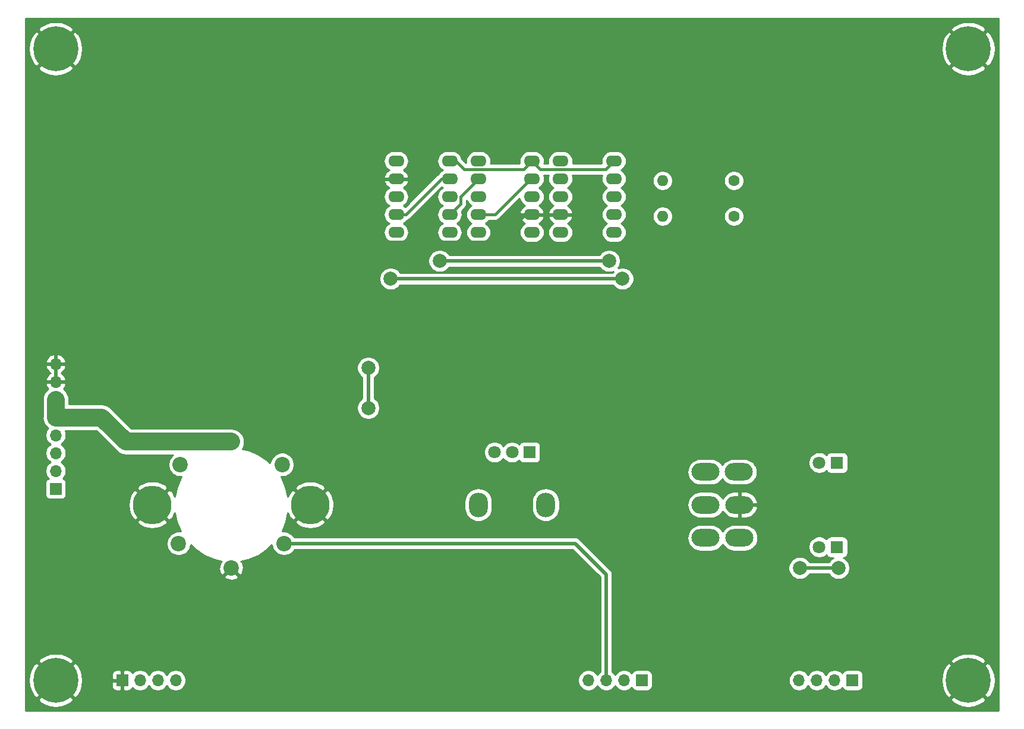
<source format=gbr>
%TF.GenerationSoftware,KiCad,Pcbnew,(5.1.10-1-10_14)*%
%TF.CreationDate,2021-06-27T13:04:22+10:00*%
%TF.ProjectId,support PCB,73757070-6f72-4742-9050-43422e6b6963,rev?*%
%TF.SameCoordinates,Original*%
%TF.FileFunction,Copper,L1,Top*%
%TF.FilePolarity,Positive*%
%FSLAX46Y46*%
G04 Gerber Fmt 4.6, Leading zero omitted, Abs format (unit mm)*
G04 Created by KiCad (PCBNEW (5.1.10-1-10_14)) date 2021-06-27 13:04:22*
%MOMM*%
%LPD*%
G01*
G04 APERTURE LIST*
%TA.AperFunction,ComponentPad*%
%ADD10C,0.800000*%
%TD*%
%TA.AperFunction,ComponentPad*%
%ADD11C,6.400000*%
%TD*%
%TA.AperFunction,ComponentPad*%
%ADD12C,2.200000*%
%TD*%
%TA.AperFunction,ComponentPad*%
%ADD13C,5.500000*%
%TD*%
%TA.AperFunction,ComponentPad*%
%ADD14O,2.300000X1.600000*%
%TD*%
%TA.AperFunction,ComponentPad*%
%ADD15O,4.000000X2.500000*%
%TD*%
%TA.AperFunction,ComponentPad*%
%ADD16O,2.720000X3.500000*%
%TD*%
%TA.AperFunction,ComponentPad*%
%ADD17R,1.800000X1.800000*%
%TD*%
%TA.AperFunction,ComponentPad*%
%ADD18C,1.800000*%
%TD*%
%TA.AperFunction,ComponentPad*%
%ADD19O,1.600000X1.600000*%
%TD*%
%TA.AperFunction,ComponentPad*%
%ADD20C,1.600000*%
%TD*%
%TA.AperFunction,ComponentPad*%
%ADD21O,1.700000X1.700000*%
%TD*%
%TA.AperFunction,ComponentPad*%
%ADD22R,1.700000X1.700000*%
%TD*%
%TA.AperFunction,ViaPad*%
%ADD23C,2.000000*%
%TD*%
%TA.AperFunction,Conductor*%
%ADD24C,2.500000*%
%TD*%
%TA.AperFunction,Conductor*%
%ADD25C,0.400000*%
%TD*%
%TA.AperFunction,Conductor*%
%ADD26C,0.500000*%
%TD*%
%TA.AperFunction,Conductor*%
%ADD27C,0.254000*%
%TD*%
%TA.AperFunction,Conductor*%
%ADD28C,0.100000*%
%TD*%
G04 APERTURE END LIST*
D10*
%TO.P,H4,1*%
%TO.N,GND*%
X66697056Y-133302944D03*
X65000000Y-132600000D03*
X63302944Y-133302944D03*
X62600000Y-135000000D03*
X63302944Y-136697056D03*
X65000000Y-137400000D03*
X66697056Y-136697056D03*
X67400000Y-135000000D03*
D11*
X65000000Y-135000000D03*
%TD*%
D10*
%TO.P,H3,1*%
%TO.N,GND*%
X196697056Y-133302944D03*
X195000000Y-132600000D03*
X193302944Y-133302944D03*
X192600000Y-135000000D03*
X193302944Y-136697056D03*
X195000000Y-137400000D03*
X196697056Y-136697056D03*
X197400000Y-135000000D03*
D11*
X195000000Y-135000000D03*
%TD*%
D10*
%TO.P,H2,1*%
%TO.N,GND*%
X196697056Y-43302944D03*
X195000000Y-42600000D03*
X193302944Y-43302944D03*
X192600000Y-45000000D03*
X193302944Y-46697056D03*
X195000000Y-47400000D03*
X196697056Y-46697056D03*
X197400000Y-45000000D03*
D11*
X195000000Y-45000000D03*
%TD*%
D10*
%TO.P,H1,1*%
%TO.N,GND*%
X66697056Y-43302944D03*
X65000000Y-42600000D03*
X63302944Y-43302944D03*
X62600000Y-45000000D03*
X63302944Y-46697056D03*
X65000000Y-47400000D03*
X66697056Y-46697056D03*
X67400000Y-45000000D03*
D11*
X65000000Y-45000000D03*
%TD*%
D12*
%TO.P,J5,6*%
%TO.N,+5V*%
X90000000Y-101000000D03*
%TO.P,J5,5*%
%TO.N,~FLAG_RESET*%
X97250000Y-104250000D03*
%TO.P,J5,4*%
%TO.N,~FLAG*%
X97500000Y-115500000D03*
%TO.P,J5,3*%
%TO.N,GND*%
X90000000Y-119000000D03*
%TO.P,J5,2*%
%TO.N,~DATA*%
X82500000Y-115500000D03*
%TO.P,J5,1*%
%TO.N,~CLOCK*%
X82750000Y-104250000D03*
D13*
%TO.P,J5,0*%
%TO.N,GND*%
X101250000Y-110000000D03*
X78750000Y-110000000D03*
%TD*%
D14*
%TO.P,K3,10*%
%TO.N,Net-(K1-Pad10)*%
X144520000Y-61000000D03*
%TO.P,K3,9*%
%TO.N,Net-(K3-Pad9)*%
X144520000Y-63540000D03*
%TO.P,K3,8*%
%TO.N,Net-(K1-Pad10)*%
X144520000Y-66080000D03*
%TO.P,K3,7*%
%TO.N,Net-(K3-Pad7)*%
X144520000Y-68620000D03*
%TO.P,K3,6*%
%TO.N,N/C*%
X144520000Y-71160000D03*
%TO.P,K3,5*%
X136900000Y-71160000D03*
%TO.P,K3,4*%
%TO.N,GND*%
X136900000Y-68620000D03*
%TO.P,K3,3*%
%TO.N,~RBI*%
X136900000Y-66080000D03*
%TO.P,K3,2*%
%TO.N,Net-(K3-Pad2)*%
X136900000Y-63540000D03*
%TO.P,K3,1*%
%TO.N,+5V*%
X136900000Y-61000000D03*
%TD*%
%TO.P,K2,10*%
%TO.N,Net-(K1-Pad10)*%
X132820000Y-61000000D03*
%TO.P,K2,9*%
%TO.N,OH*%
X132820000Y-63540000D03*
%TO.P,K2,8*%
%TO.N,A2C*%
X132820000Y-66080000D03*
%TO.P,K2,7*%
%TO.N,GND*%
X132820000Y-68620000D03*
%TO.P,K2,6*%
%TO.N,N/C*%
X132820000Y-71160000D03*
%TO.P,K2,5*%
X125200000Y-71160000D03*
%TO.P,K2,4*%
%TO.N,OH*%
X125200000Y-68620000D03*
%TO.P,K2,3*%
%TO.N,A1C*%
X125200000Y-66080000D03*
%TO.P,K2,2*%
%TO.N,OG*%
X125200000Y-63540000D03*
%TO.P,K2,1*%
%TO.N,+5V*%
X125200000Y-61000000D03*
%TD*%
%TO.P,K1,10*%
%TO.N,Net-(K1-Pad10)*%
X121120000Y-61000000D03*
%TO.P,K1,9*%
%TO.N,OF*%
X121120000Y-63540000D03*
%TO.P,K1,8*%
%TO.N,A0C*%
X121120000Y-66080000D03*
%TO.P,K1,7*%
%TO.N,OG*%
X121120000Y-68620000D03*
%TO.P,K1,6*%
%TO.N,N/C*%
X121120000Y-71160000D03*
%TO.P,K1,5*%
X113500000Y-71160000D03*
%TO.P,K1,4*%
%TO.N,OF*%
X113500000Y-68620000D03*
%TO.P,K1,3*%
%TO.N,A2B*%
X113500000Y-66080000D03*
%TO.P,K1,2*%
%TO.N,GND*%
X113500000Y-63540000D03*
%TO.P,K1,1*%
%TO.N,+5V*%
X113500000Y-61000000D03*
%TD*%
D15*
%TO.P,SW1,6*%
%TO.N,N/C*%
X157600000Y-105300000D03*
%TO.P,SW1,5*%
X157600000Y-110000000D03*
%TO.P,SW1,4*%
X157600000Y-114700000D03*
%TO.P,SW1,3*%
%TO.N,Net-(K1-Pad10)*%
X162300000Y-105300000D03*
%TO.P,SW1,2*%
%TO.N,GND*%
X162400000Y-110000000D03*
%TO.P,SW1,1*%
%TO.N,Net-(SW1-Pad1)*%
X162400000Y-114700000D03*
%TD*%
D16*
%TO.P,RV1,0*%
%TO.N,N/C*%
X125200000Y-110000000D03*
X134800000Y-110000000D03*
D17*
%TO.P,RV1,1*%
%TO.N,Net-(J3-Pad4)*%
X132500000Y-102500000D03*
D18*
%TO.P,RV1,2*%
%TO.N,Net-(J3-Pad3)*%
X130000000Y-102500000D03*
%TO.P,RV1,3*%
%TO.N,Net-(J3-Pad2)*%
X127500000Y-102500000D03*
%TD*%
D19*
%TO.P,R2,2*%
%TO.N,Net-(K3-Pad7)*%
X151440000Y-68880000D03*
D20*
%TO.P,R2,1*%
%TO.N,Net-(D2-Pad1)*%
X161600000Y-68880000D03*
%TD*%
D19*
%TO.P,R1,2*%
%TO.N,Net-(K3-Pad9)*%
X151440000Y-63800000D03*
D20*
%TO.P,R1,1*%
%TO.N,Net-(D1-Pad1)*%
X161600000Y-63800000D03*
%TD*%
D21*
%TO.P,J4,4*%
%TO.N,~FLAG_RESET*%
X140880000Y-135000000D03*
%TO.P,J4,3*%
%TO.N,~FLAG*%
X143420000Y-135000000D03*
%TO.P,J4,2*%
%TO.N,~DATA*%
X145960000Y-135000000D03*
D22*
%TO.P,J4,1*%
%TO.N,~CLOCK*%
X148500000Y-135000000D03*
%TD*%
D21*
%TO.P,J3,4*%
%TO.N,Net-(J3-Pad4)*%
X82080000Y-135000000D03*
%TO.P,J3,3*%
%TO.N,Net-(J3-Pad3)*%
X79540000Y-135000000D03*
%TO.P,J3,2*%
%TO.N,Net-(J3-Pad2)*%
X77000000Y-135000000D03*
D22*
%TO.P,J3,1*%
%TO.N,GND*%
X74460000Y-135000000D03*
%TD*%
D21*
%TO.P,J2,8*%
%TO.N,GND*%
X65000000Y-89920000D03*
%TO.P,J2,7*%
X65000000Y-92460000D03*
%TO.P,J2,6*%
%TO.N,+5V*%
X65000000Y-95000000D03*
%TO.P,J2,5*%
X65000000Y-97540000D03*
%TO.P,J2,4*%
%TO.N,A1C*%
X65000000Y-100080000D03*
%TO.P,J2,3*%
%TO.N,A2C*%
X65000000Y-102620000D03*
%TO.P,J2,2*%
%TO.N,~RBI*%
X65000000Y-105160000D03*
D22*
%TO.P,J2,1*%
%TO.N,A0C*%
X65000000Y-107700000D03*
%TD*%
D21*
%TO.P,J1,4*%
%TO.N,OH*%
X170880000Y-135000000D03*
%TO.P,J1,3*%
%TO.N,OG*%
X173420000Y-135000000D03*
%TO.P,J1,2*%
%TO.N,OF*%
X175960000Y-135000000D03*
D22*
%TO.P,J1,1*%
%TO.N,A2B*%
X178500000Y-135000000D03*
%TD*%
D18*
%TO.P,D2,2*%
%TO.N,+5V*%
X173760000Y-104000000D03*
D17*
%TO.P,D2,1*%
%TO.N,Net-(D2-Pad1)*%
X176300000Y-104000000D03*
%TD*%
D18*
%TO.P,D1,2*%
%TO.N,+5V*%
X173760000Y-116000000D03*
D17*
%TO.P,D1,1*%
%TO.N,Net-(D1-Pad1)*%
X176300000Y-116000000D03*
%TD*%
D23*
%TO.N,OG*%
X143820000Y-75230000D03*
X119690000Y-75230000D03*
%TO.N,OF*%
X145725000Y-77770000D03*
X112705000Y-77770000D03*
%TO.N,A0C*%
X109530000Y-90470000D03*
X109530000Y-96185000D03*
%TO.N,Net-(K1-Pad10)*%
X176500000Y-119000000D03*
X171000000Y-119000000D03*
%TD*%
D24*
%TO.N,+5V*%
X90000000Y-101000000D02*
X75000000Y-101000000D01*
X71540000Y-97540000D02*
X65000000Y-97540000D01*
X75000000Y-101000000D02*
X71540000Y-97540000D01*
X65000000Y-95000000D02*
X65000000Y-97540000D01*
D25*
%TO.N,OH*%
X125200000Y-68620000D02*
X127570000Y-68620000D01*
X132650000Y-63540000D02*
X132820000Y-63540000D01*
X127570000Y-68620000D02*
X132650000Y-63540000D01*
%TO.N,OG*%
X122670010Y-67069990D02*
X121120000Y-68620000D01*
X122670010Y-66069990D02*
X122670010Y-67069990D01*
X125200000Y-63540000D02*
X122670010Y-66069990D01*
D26*
X143820000Y-75230000D02*
X119690000Y-75230000D01*
D25*
%TO.N,OF*%
X121120000Y-63540000D02*
X119950000Y-63540000D01*
X114870000Y-68620000D02*
X113500000Y-68620000D01*
X119950000Y-63540000D02*
X114870000Y-68620000D01*
D26*
X145725000Y-77770000D02*
X112705000Y-77770000D01*
D25*
%TO.N,GND*%
X136900000Y-68620000D02*
X132820000Y-68620000D01*
X132820000Y-68620000D02*
X131880000Y-68620000D01*
X131880000Y-68620000D02*
X128000000Y-72500000D01*
X128000000Y-72500000D02*
X110500000Y-72500000D01*
X110500000Y-72500000D02*
X109000000Y-71000000D01*
X109000000Y-71000000D02*
X109000000Y-66000000D01*
X111460000Y-63540000D02*
X113500000Y-63540000D01*
X109000000Y-66000000D02*
X111460000Y-63540000D01*
D26*
%TO.N,A0C*%
X109530000Y-90470000D02*
X109530000Y-96185000D01*
%TO.N,~FLAG*%
X97500000Y-115500000D02*
X139000000Y-115500000D01*
X143420000Y-119920000D02*
X143420000Y-135000000D01*
X139000000Y-115500000D02*
X143420000Y-119920000D01*
D25*
%TO.N,Net-(K1-Pad10)*%
X121120000Y-61000000D02*
X121970000Y-61000000D01*
X131619990Y-62200010D02*
X132820000Y-61000000D01*
X123170010Y-62200010D02*
X131619990Y-62200010D01*
X121970000Y-61000000D02*
X123170010Y-62200010D01*
X143319990Y-62200010D02*
X144520000Y-61000000D01*
X134020010Y-62200010D02*
X143319990Y-62200010D01*
X132820000Y-61000000D02*
X134020010Y-62200010D01*
D26*
X176500000Y-119000000D02*
X171000000Y-119000000D01*
%TD*%
D27*
%TO.N,GND*%
X199340001Y-139340000D02*
X60660000Y-139340000D01*
X60660000Y-137700881D01*
X62478724Y-137700881D01*
X62838912Y-138190548D01*
X63502882Y-138550849D01*
X64224385Y-138774694D01*
X64975695Y-138853480D01*
X65727938Y-138784178D01*
X66452208Y-138569452D01*
X67120670Y-138217555D01*
X67161088Y-138190548D01*
X67521276Y-137700881D01*
X192478724Y-137700881D01*
X192838912Y-138190548D01*
X193502882Y-138550849D01*
X194224385Y-138774694D01*
X194975695Y-138853480D01*
X195727938Y-138784178D01*
X196452208Y-138569452D01*
X197120670Y-138217555D01*
X197161088Y-138190548D01*
X197521276Y-137700881D01*
X195000000Y-135179605D01*
X192478724Y-137700881D01*
X67521276Y-137700881D01*
X65000000Y-135179605D01*
X62478724Y-137700881D01*
X60660000Y-137700881D01*
X60660000Y-134975695D01*
X61146520Y-134975695D01*
X61215822Y-135727938D01*
X61430548Y-136452208D01*
X61782445Y-137120670D01*
X61809452Y-137161088D01*
X62299119Y-137521276D01*
X64820395Y-135000000D01*
X65179605Y-135000000D01*
X67700881Y-137521276D01*
X68190548Y-137161088D01*
X68550849Y-136497118D01*
X68751616Y-135850000D01*
X72971928Y-135850000D01*
X72984188Y-135974482D01*
X73020498Y-136094180D01*
X73079463Y-136204494D01*
X73158815Y-136301185D01*
X73255506Y-136380537D01*
X73365820Y-136439502D01*
X73485518Y-136475812D01*
X73610000Y-136488072D01*
X74174250Y-136485000D01*
X74333000Y-136326250D01*
X74333000Y-135127000D01*
X73133750Y-135127000D01*
X72975000Y-135285750D01*
X72971928Y-135850000D01*
X68751616Y-135850000D01*
X68774694Y-135775615D01*
X68853480Y-135024305D01*
X68784178Y-134272062D01*
X68747990Y-134150000D01*
X72971928Y-134150000D01*
X72975000Y-134714250D01*
X73133750Y-134873000D01*
X74333000Y-134873000D01*
X74333000Y-133673750D01*
X74587000Y-133673750D01*
X74587000Y-134873000D01*
X74607000Y-134873000D01*
X74607000Y-135127000D01*
X74587000Y-135127000D01*
X74587000Y-136326250D01*
X74745750Y-136485000D01*
X75310000Y-136488072D01*
X75434482Y-136475812D01*
X75554180Y-136439502D01*
X75664494Y-136380537D01*
X75761185Y-136301185D01*
X75840537Y-136204494D01*
X75899502Y-136094180D01*
X75921513Y-136021620D01*
X76053368Y-136153475D01*
X76296589Y-136315990D01*
X76566842Y-136427932D01*
X76853740Y-136485000D01*
X77146260Y-136485000D01*
X77433158Y-136427932D01*
X77703411Y-136315990D01*
X77946632Y-136153475D01*
X78153475Y-135946632D01*
X78270000Y-135772240D01*
X78386525Y-135946632D01*
X78593368Y-136153475D01*
X78836589Y-136315990D01*
X79106842Y-136427932D01*
X79393740Y-136485000D01*
X79686260Y-136485000D01*
X79973158Y-136427932D01*
X80243411Y-136315990D01*
X80486632Y-136153475D01*
X80693475Y-135946632D01*
X80810000Y-135772240D01*
X80926525Y-135946632D01*
X81133368Y-136153475D01*
X81376589Y-136315990D01*
X81646842Y-136427932D01*
X81933740Y-136485000D01*
X82226260Y-136485000D01*
X82513158Y-136427932D01*
X82783411Y-136315990D01*
X83026632Y-136153475D01*
X83233475Y-135946632D01*
X83395990Y-135703411D01*
X83507932Y-135433158D01*
X83565000Y-135146260D01*
X83565000Y-134853740D01*
X83507932Y-134566842D01*
X83395990Y-134296589D01*
X83233475Y-134053368D01*
X83026632Y-133846525D01*
X82783411Y-133684010D01*
X82513158Y-133572068D01*
X82226260Y-133515000D01*
X81933740Y-133515000D01*
X81646842Y-133572068D01*
X81376589Y-133684010D01*
X81133368Y-133846525D01*
X80926525Y-134053368D01*
X80810000Y-134227760D01*
X80693475Y-134053368D01*
X80486632Y-133846525D01*
X80243411Y-133684010D01*
X79973158Y-133572068D01*
X79686260Y-133515000D01*
X79393740Y-133515000D01*
X79106842Y-133572068D01*
X78836589Y-133684010D01*
X78593368Y-133846525D01*
X78386525Y-134053368D01*
X78270000Y-134227760D01*
X78153475Y-134053368D01*
X77946632Y-133846525D01*
X77703411Y-133684010D01*
X77433158Y-133572068D01*
X77146260Y-133515000D01*
X76853740Y-133515000D01*
X76566842Y-133572068D01*
X76296589Y-133684010D01*
X76053368Y-133846525D01*
X75921513Y-133978380D01*
X75899502Y-133905820D01*
X75840537Y-133795506D01*
X75761185Y-133698815D01*
X75664494Y-133619463D01*
X75554180Y-133560498D01*
X75434482Y-133524188D01*
X75310000Y-133511928D01*
X74745750Y-133515000D01*
X74587000Y-133673750D01*
X74333000Y-133673750D01*
X74174250Y-133515000D01*
X73610000Y-133511928D01*
X73485518Y-133524188D01*
X73365820Y-133560498D01*
X73255506Y-133619463D01*
X73158815Y-133698815D01*
X73079463Y-133795506D01*
X73020498Y-133905820D01*
X72984188Y-134025518D01*
X72971928Y-134150000D01*
X68747990Y-134150000D01*
X68569452Y-133547792D01*
X68217555Y-132879330D01*
X68190548Y-132838912D01*
X67700881Y-132478724D01*
X65179605Y-135000000D01*
X64820395Y-135000000D01*
X62299119Y-132478724D01*
X61809452Y-132838912D01*
X61449151Y-133502882D01*
X61225306Y-134224385D01*
X61146520Y-134975695D01*
X60660000Y-134975695D01*
X60660000Y-132299119D01*
X62478724Y-132299119D01*
X65000000Y-134820395D01*
X67521276Y-132299119D01*
X67161088Y-131809452D01*
X66497118Y-131449151D01*
X65775615Y-131225306D01*
X65024305Y-131146520D01*
X64272062Y-131215822D01*
X63547792Y-131430548D01*
X62879330Y-131782445D01*
X62838912Y-131809452D01*
X62478724Y-132299119D01*
X60660000Y-132299119D01*
X60660000Y-120206712D01*
X88972893Y-120206712D01*
X89080726Y-120481338D01*
X89387384Y-120632216D01*
X89717585Y-120720369D01*
X90058639Y-120742409D01*
X90397439Y-120697489D01*
X90720966Y-120587336D01*
X90919274Y-120481338D01*
X91027107Y-120206712D01*
X90000000Y-119179605D01*
X88972893Y-120206712D01*
X60660000Y-120206712D01*
X60660000Y-112380928D01*
X76548677Y-112380928D01*
X76854859Y-112824503D01*
X77442306Y-113139954D01*
X78080008Y-113334740D01*
X78743457Y-113401372D01*
X79407158Y-113337292D01*
X80045605Y-113144962D01*
X80634262Y-112831772D01*
X80645141Y-112824503D01*
X80951323Y-112380928D01*
X78750000Y-110179605D01*
X76548677Y-112380928D01*
X60660000Y-112380928D01*
X60660000Y-109993457D01*
X75348628Y-109993457D01*
X75412708Y-110657158D01*
X75605038Y-111295605D01*
X75918228Y-111884262D01*
X75925497Y-111895141D01*
X76369072Y-112201323D01*
X78570395Y-110000000D01*
X76369072Y-107798677D01*
X75925497Y-108104859D01*
X75610046Y-108692306D01*
X75415260Y-109330008D01*
X75348628Y-109993457D01*
X60660000Y-109993457D01*
X60660000Y-97540000D01*
X63105880Y-97540000D01*
X63142275Y-97909524D01*
X63250061Y-98264848D01*
X63425097Y-98592317D01*
X63660655Y-98879345D01*
X63902264Y-99077629D01*
X63846525Y-99133368D01*
X63684010Y-99376589D01*
X63572068Y-99646842D01*
X63515000Y-99933740D01*
X63515000Y-100226260D01*
X63572068Y-100513158D01*
X63684010Y-100783411D01*
X63846525Y-101026632D01*
X64053368Y-101233475D01*
X64227760Y-101350000D01*
X64053368Y-101466525D01*
X63846525Y-101673368D01*
X63684010Y-101916589D01*
X63572068Y-102186842D01*
X63515000Y-102473740D01*
X63515000Y-102766260D01*
X63572068Y-103053158D01*
X63684010Y-103323411D01*
X63846525Y-103566632D01*
X64053368Y-103773475D01*
X64227760Y-103890000D01*
X64053368Y-104006525D01*
X63846525Y-104213368D01*
X63684010Y-104456589D01*
X63572068Y-104726842D01*
X63515000Y-105013740D01*
X63515000Y-105306260D01*
X63572068Y-105593158D01*
X63684010Y-105863411D01*
X63846525Y-106106632D01*
X63978380Y-106238487D01*
X63905820Y-106260498D01*
X63795506Y-106319463D01*
X63698815Y-106398815D01*
X63619463Y-106495506D01*
X63560498Y-106605820D01*
X63524188Y-106725518D01*
X63511928Y-106850000D01*
X63511928Y-108550000D01*
X63524188Y-108674482D01*
X63560498Y-108794180D01*
X63619463Y-108904494D01*
X63698815Y-109001185D01*
X63795506Y-109080537D01*
X63905820Y-109139502D01*
X64025518Y-109175812D01*
X64150000Y-109188072D01*
X65850000Y-109188072D01*
X65974482Y-109175812D01*
X66094180Y-109139502D01*
X66204494Y-109080537D01*
X66301185Y-109001185D01*
X66380537Y-108904494D01*
X66439502Y-108794180D01*
X66475812Y-108674482D01*
X66488072Y-108550000D01*
X66488072Y-107619072D01*
X76548677Y-107619072D01*
X78750000Y-109820395D01*
X80951323Y-107619072D01*
X80645141Y-107175497D01*
X80057694Y-106860046D01*
X79419992Y-106665260D01*
X78756543Y-106598628D01*
X78092842Y-106662708D01*
X77454395Y-106855038D01*
X76865738Y-107168228D01*
X76854859Y-107175497D01*
X76548677Y-107619072D01*
X66488072Y-107619072D01*
X66488072Y-106850000D01*
X66475812Y-106725518D01*
X66439502Y-106605820D01*
X66380537Y-106495506D01*
X66301185Y-106398815D01*
X66204494Y-106319463D01*
X66094180Y-106260498D01*
X66021620Y-106238487D01*
X66153475Y-106106632D01*
X66315990Y-105863411D01*
X66427932Y-105593158D01*
X66485000Y-105306260D01*
X66485000Y-105013740D01*
X66427932Y-104726842D01*
X66315990Y-104456589D01*
X66153475Y-104213368D01*
X65946632Y-104006525D01*
X65772240Y-103890000D01*
X65946632Y-103773475D01*
X66153475Y-103566632D01*
X66315990Y-103323411D01*
X66427932Y-103053158D01*
X66485000Y-102766260D01*
X66485000Y-102473740D01*
X66427932Y-102186842D01*
X66315990Y-101916589D01*
X66153475Y-101673368D01*
X65946632Y-101466525D01*
X65772240Y-101350000D01*
X65946632Y-101233475D01*
X66153475Y-101026632D01*
X66315990Y-100783411D01*
X66427932Y-100513158D01*
X66485000Y-100226260D01*
X66485000Y-99933740D01*
X66427932Y-99646842D01*
X66336042Y-99425000D01*
X70759208Y-99425000D01*
X73601630Y-102267423D01*
X73660655Y-102339345D01*
X73732577Y-102398370D01*
X73732579Y-102398372D01*
X73798979Y-102452864D01*
X73947683Y-102574903D01*
X74275152Y-102749939D01*
X74465526Y-102807688D01*
X74630475Y-102857725D01*
X74662662Y-102860895D01*
X74907403Y-102885000D01*
X74907411Y-102885000D01*
X75000000Y-102894119D01*
X75092589Y-102885000D01*
X81669949Y-102885000D01*
X81644002Y-102902337D01*
X81402337Y-103144002D01*
X81212463Y-103428169D01*
X81081675Y-103743919D01*
X81015000Y-104079117D01*
X81015000Y-104420883D01*
X81081675Y-104756081D01*
X81212463Y-105071831D01*
X81402337Y-105355998D01*
X81644002Y-105597663D01*
X81928169Y-105787537D01*
X82243919Y-105918325D01*
X82579117Y-105985000D01*
X82898855Y-105985000D01*
X82790856Y-106146632D01*
X82177623Y-107627108D01*
X81936145Y-108841103D01*
X81894962Y-108704395D01*
X81581772Y-108115738D01*
X81574503Y-108104859D01*
X81130928Y-107798677D01*
X78929605Y-110000000D01*
X81130928Y-112201323D01*
X81574503Y-111895141D01*
X81889954Y-111307694D01*
X81935853Y-111157428D01*
X82177623Y-112372892D01*
X82761739Y-113783072D01*
X82670883Y-113765000D01*
X82329117Y-113765000D01*
X81993919Y-113831675D01*
X81678169Y-113962463D01*
X81394002Y-114152337D01*
X81152337Y-114394002D01*
X80962463Y-114678169D01*
X80831675Y-114993919D01*
X80765000Y-115329117D01*
X80765000Y-115670883D01*
X80831675Y-116006081D01*
X80962463Y-116321831D01*
X81152337Y-116605998D01*
X81394002Y-116847663D01*
X81678169Y-117037537D01*
X81993919Y-117168325D01*
X82329117Y-117235000D01*
X82670883Y-117235000D01*
X83006081Y-117168325D01*
X83321831Y-117037537D01*
X83605998Y-116847663D01*
X83847663Y-116605998D01*
X84037537Y-116321831D01*
X84168325Y-116006081D01*
X84223595Y-115728222D01*
X84814240Y-116318867D01*
X86146632Y-117209144D01*
X87627108Y-117822377D01*
X88655600Y-118026957D01*
X88518662Y-118080726D01*
X88367784Y-118387384D01*
X88279631Y-118717585D01*
X88257591Y-119058639D01*
X88302511Y-119397439D01*
X88412664Y-119720966D01*
X88518662Y-119919274D01*
X88793288Y-120027107D01*
X89820395Y-119000000D01*
X89806253Y-118985858D01*
X89985858Y-118806253D01*
X90000000Y-118820395D01*
X90014143Y-118806253D01*
X90193748Y-118985858D01*
X90179605Y-119000000D01*
X91206712Y-120027107D01*
X91481338Y-119919274D01*
X91632216Y-119612616D01*
X91720369Y-119282415D01*
X91742409Y-118941361D01*
X91697489Y-118602561D01*
X91587336Y-118279034D01*
X91481338Y-118080726D01*
X91344400Y-118026957D01*
X92372892Y-117822377D01*
X93853368Y-117209144D01*
X95185760Y-116318867D01*
X95776405Y-115728222D01*
X95831675Y-116006081D01*
X95962463Y-116321831D01*
X96152337Y-116605998D01*
X96394002Y-116847663D01*
X96678169Y-117037537D01*
X96993919Y-117168325D01*
X97329117Y-117235000D01*
X97670883Y-117235000D01*
X98006081Y-117168325D01*
X98321831Y-117037537D01*
X98605998Y-116847663D01*
X98847663Y-116605998D01*
X98995329Y-116385000D01*
X138633422Y-116385000D01*
X142535000Y-120286579D01*
X142535001Y-133805343D01*
X142473368Y-133846525D01*
X142266525Y-134053368D01*
X142150000Y-134227760D01*
X142033475Y-134053368D01*
X141826632Y-133846525D01*
X141583411Y-133684010D01*
X141313158Y-133572068D01*
X141026260Y-133515000D01*
X140733740Y-133515000D01*
X140446842Y-133572068D01*
X140176589Y-133684010D01*
X139933368Y-133846525D01*
X139726525Y-134053368D01*
X139564010Y-134296589D01*
X139452068Y-134566842D01*
X139395000Y-134853740D01*
X139395000Y-135146260D01*
X139452068Y-135433158D01*
X139564010Y-135703411D01*
X139726525Y-135946632D01*
X139933368Y-136153475D01*
X140176589Y-136315990D01*
X140446842Y-136427932D01*
X140733740Y-136485000D01*
X141026260Y-136485000D01*
X141313158Y-136427932D01*
X141583411Y-136315990D01*
X141826632Y-136153475D01*
X142033475Y-135946632D01*
X142150000Y-135772240D01*
X142266525Y-135946632D01*
X142473368Y-136153475D01*
X142716589Y-136315990D01*
X142986842Y-136427932D01*
X143273740Y-136485000D01*
X143566260Y-136485000D01*
X143853158Y-136427932D01*
X144123411Y-136315990D01*
X144366632Y-136153475D01*
X144573475Y-135946632D01*
X144690000Y-135772240D01*
X144806525Y-135946632D01*
X145013368Y-136153475D01*
X145256589Y-136315990D01*
X145526842Y-136427932D01*
X145813740Y-136485000D01*
X146106260Y-136485000D01*
X146393158Y-136427932D01*
X146663411Y-136315990D01*
X146906632Y-136153475D01*
X147038487Y-136021620D01*
X147060498Y-136094180D01*
X147119463Y-136204494D01*
X147198815Y-136301185D01*
X147295506Y-136380537D01*
X147405820Y-136439502D01*
X147525518Y-136475812D01*
X147650000Y-136488072D01*
X149350000Y-136488072D01*
X149474482Y-136475812D01*
X149594180Y-136439502D01*
X149704494Y-136380537D01*
X149801185Y-136301185D01*
X149880537Y-136204494D01*
X149939502Y-136094180D01*
X149975812Y-135974482D01*
X149988072Y-135850000D01*
X149988072Y-134853740D01*
X169395000Y-134853740D01*
X169395000Y-135146260D01*
X169452068Y-135433158D01*
X169564010Y-135703411D01*
X169726525Y-135946632D01*
X169933368Y-136153475D01*
X170176589Y-136315990D01*
X170446842Y-136427932D01*
X170733740Y-136485000D01*
X171026260Y-136485000D01*
X171313158Y-136427932D01*
X171583411Y-136315990D01*
X171826632Y-136153475D01*
X172033475Y-135946632D01*
X172150000Y-135772240D01*
X172266525Y-135946632D01*
X172473368Y-136153475D01*
X172716589Y-136315990D01*
X172986842Y-136427932D01*
X173273740Y-136485000D01*
X173566260Y-136485000D01*
X173853158Y-136427932D01*
X174123411Y-136315990D01*
X174366632Y-136153475D01*
X174573475Y-135946632D01*
X174690000Y-135772240D01*
X174806525Y-135946632D01*
X175013368Y-136153475D01*
X175256589Y-136315990D01*
X175526842Y-136427932D01*
X175813740Y-136485000D01*
X176106260Y-136485000D01*
X176393158Y-136427932D01*
X176663411Y-136315990D01*
X176906632Y-136153475D01*
X177038487Y-136021620D01*
X177060498Y-136094180D01*
X177119463Y-136204494D01*
X177198815Y-136301185D01*
X177295506Y-136380537D01*
X177405820Y-136439502D01*
X177525518Y-136475812D01*
X177650000Y-136488072D01*
X179350000Y-136488072D01*
X179474482Y-136475812D01*
X179594180Y-136439502D01*
X179704494Y-136380537D01*
X179801185Y-136301185D01*
X179880537Y-136204494D01*
X179939502Y-136094180D01*
X179975812Y-135974482D01*
X179988072Y-135850000D01*
X179988072Y-134975695D01*
X191146520Y-134975695D01*
X191215822Y-135727938D01*
X191430548Y-136452208D01*
X191782445Y-137120670D01*
X191809452Y-137161088D01*
X192299119Y-137521276D01*
X194820395Y-135000000D01*
X195179605Y-135000000D01*
X197700881Y-137521276D01*
X198190548Y-137161088D01*
X198550849Y-136497118D01*
X198774694Y-135775615D01*
X198853480Y-135024305D01*
X198784178Y-134272062D01*
X198569452Y-133547792D01*
X198217555Y-132879330D01*
X198190548Y-132838912D01*
X197700881Y-132478724D01*
X195179605Y-135000000D01*
X194820395Y-135000000D01*
X192299119Y-132478724D01*
X191809452Y-132838912D01*
X191449151Y-133502882D01*
X191225306Y-134224385D01*
X191146520Y-134975695D01*
X179988072Y-134975695D01*
X179988072Y-134150000D01*
X179975812Y-134025518D01*
X179939502Y-133905820D01*
X179880537Y-133795506D01*
X179801185Y-133698815D01*
X179704494Y-133619463D01*
X179594180Y-133560498D01*
X179474482Y-133524188D01*
X179350000Y-133511928D01*
X177650000Y-133511928D01*
X177525518Y-133524188D01*
X177405820Y-133560498D01*
X177295506Y-133619463D01*
X177198815Y-133698815D01*
X177119463Y-133795506D01*
X177060498Y-133905820D01*
X177038487Y-133978380D01*
X176906632Y-133846525D01*
X176663411Y-133684010D01*
X176393158Y-133572068D01*
X176106260Y-133515000D01*
X175813740Y-133515000D01*
X175526842Y-133572068D01*
X175256589Y-133684010D01*
X175013368Y-133846525D01*
X174806525Y-134053368D01*
X174690000Y-134227760D01*
X174573475Y-134053368D01*
X174366632Y-133846525D01*
X174123411Y-133684010D01*
X173853158Y-133572068D01*
X173566260Y-133515000D01*
X173273740Y-133515000D01*
X172986842Y-133572068D01*
X172716589Y-133684010D01*
X172473368Y-133846525D01*
X172266525Y-134053368D01*
X172150000Y-134227760D01*
X172033475Y-134053368D01*
X171826632Y-133846525D01*
X171583411Y-133684010D01*
X171313158Y-133572068D01*
X171026260Y-133515000D01*
X170733740Y-133515000D01*
X170446842Y-133572068D01*
X170176589Y-133684010D01*
X169933368Y-133846525D01*
X169726525Y-134053368D01*
X169564010Y-134296589D01*
X169452068Y-134566842D01*
X169395000Y-134853740D01*
X149988072Y-134853740D01*
X149988072Y-134150000D01*
X149975812Y-134025518D01*
X149939502Y-133905820D01*
X149880537Y-133795506D01*
X149801185Y-133698815D01*
X149704494Y-133619463D01*
X149594180Y-133560498D01*
X149474482Y-133524188D01*
X149350000Y-133511928D01*
X147650000Y-133511928D01*
X147525518Y-133524188D01*
X147405820Y-133560498D01*
X147295506Y-133619463D01*
X147198815Y-133698815D01*
X147119463Y-133795506D01*
X147060498Y-133905820D01*
X147038487Y-133978380D01*
X146906632Y-133846525D01*
X146663411Y-133684010D01*
X146393158Y-133572068D01*
X146106260Y-133515000D01*
X145813740Y-133515000D01*
X145526842Y-133572068D01*
X145256589Y-133684010D01*
X145013368Y-133846525D01*
X144806525Y-134053368D01*
X144690000Y-134227760D01*
X144573475Y-134053368D01*
X144366632Y-133846525D01*
X144305000Y-133805344D01*
X144305000Y-132299119D01*
X192478724Y-132299119D01*
X195000000Y-134820395D01*
X197521276Y-132299119D01*
X197161088Y-131809452D01*
X196497118Y-131449151D01*
X195775615Y-131225306D01*
X195024305Y-131146520D01*
X194272062Y-131215822D01*
X193547792Y-131430548D01*
X192879330Y-131782445D01*
X192838912Y-131809452D01*
X192478724Y-132299119D01*
X144305000Y-132299119D01*
X144305000Y-119963469D01*
X144309281Y-119920000D01*
X144305000Y-119876531D01*
X144305000Y-119876523D01*
X144292195Y-119746510D01*
X144241589Y-119579687D01*
X144159411Y-119425941D01*
X144135210Y-119396452D01*
X144076532Y-119324953D01*
X144076530Y-119324951D01*
X144048817Y-119291183D01*
X144015050Y-119263472D01*
X143590545Y-118838967D01*
X169365000Y-118838967D01*
X169365000Y-119161033D01*
X169427832Y-119476912D01*
X169551082Y-119774463D01*
X169730013Y-120042252D01*
X169957748Y-120269987D01*
X170225537Y-120448918D01*
X170523088Y-120572168D01*
X170838967Y-120635000D01*
X171161033Y-120635000D01*
X171476912Y-120572168D01*
X171774463Y-120448918D01*
X172042252Y-120269987D01*
X172269987Y-120042252D01*
X172375059Y-119885000D01*
X175124941Y-119885000D01*
X175230013Y-120042252D01*
X175457748Y-120269987D01*
X175725537Y-120448918D01*
X176023088Y-120572168D01*
X176338967Y-120635000D01*
X176661033Y-120635000D01*
X176976912Y-120572168D01*
X177274463Y-120448918D01*
X177542252Y-120269987D01*
X177769987Y-120042252D01*
X177948918Y-119774463D01*
X178072168Y-119476912D01*
X178135000Y-119161033D01*
X178135000Y-118838967D01*
X178072168Y-118523088D01*
X177948918Y-118225537D01*
X177769987Y-117957748D01*
X177542252Y-117730013D01*
X177274463Y-117551082D01*
X177234784Y-117534646D01*
X177324482Y-117525812D01*
X177444180Y-117489502D01*
X177554494Y-117430537D01*
X177651185Y-117351185D01*
X177730537Y-117254494D01*
X177789502Y-117144180D01*
X177825812Y-117024482D01*
X177838072Y-116900000D01*
X177838072Y-115100000D01*
X177825812Y-114975518D01*
X177789502Y-114855820D01*
X177730537Y-114745506D01*
X177651185Y-114648815D01*
X177554494Y-114569463D01*
X177444180Y-114510498D01*
X177324482Y-114474188D01*
X177200000Y-114461928D01*
X175400000Y-114461928D01*
X175275518Y-114474188D01*
X175155820Y-114510498D01*
X175045506Y-114569463D01*
X174948815Y-114648815D01*
X174869463Y-114745506D01*
X174810498Y-114855820D01*
X174804944Y-114874127D01*
X174738505Y-114807688D01*
X174487095Y-114639701D01*
X174207743Y-114523989D01*
X173911184Y-114465000D01*
X173608816Y-114465000D01*
X173312257Y-114523989D01*
X173032905Y-114639701D01*
X172781495Y-114807688D01*
X172567688Y-115021495D01*
X172399701Y-115272905D01*
X172283989Y-115552257D01*
X172225000Y-115848816D01*
X172225000Y-116151184D01*
X172283989Y-116447743D01*
X172399701Y-116727095D01*
X172567688Y-116978505D01*
X172781495Y-117192312D01*
X173032905Y-117360299D01*
X173312257Y-117476011D01*
X173608816Y-117535000D01*
X173911184Y-117535000D01*
X174207743Y-117476011D01*
X174487095Y-117360299D01*
X174738505Y-117192312D01*
X174804944Y-117125873D01*
X174810498Y-117144180D01*
X174869463Y-117254494D01*
X174948815Y-117351185D01*
X175045506Y-117430537D01*
X175155820Y-117489502D01*
X175275518Y-117525812D01*
X175400000Y-117538072D01*
X175756946Y-117538072D01*
X175725537Y-117551082D01*
X175457748Y-117730013D01*
X175230013Y-117957748D01*
X175124941Y-118115000D01*
X172375059Y-118115000D01*
X172269987Y-117957748D01*
X172042252Y-117730013D01*
X171774463Y-117551082D01*
X171476912Y-117427832D01*
X171161033Y-117365000D01*
X170838967Y-117365000D01*
X170523088Y-117427832D01*
X170225537Y-117551082D01*
X169957748Y-117730013D01*
X169730013Y-117957748D01*
X169551082Y-118225537D01*
X169427832Y-118523088D01*
X169365000Y-118838967D01*
X143590545Y-118838967D01*
X139656534Y-114904956D01*
X139628817Y-114871183D01*
X139494059Y-114760589D01*
X139380704Y-114700000D01*
X154955880Y-114700000D01*
X154992275Y-115069524D01*
X155100061Y-115424848D01*
X155275097Y-115752317D01*
X155510655Y-116039345D01*
X155797683Y-116274903D01*
X156125152Y-116449939D01*
X156480476Y-116557725D01*
X156757403Y-116585000D01*
X158442597Y-116585000D01*
X158719524Y-116557725D01*
X159074848Y-116449939D01*
X159402317Y-116274903D01*
X159689345Y-116039345D01*
X159924903Y-115752317D01*
X160000000Y-115611821D01*
X160075097Y-115752317D01*
X160310655Y-116039345D01*
X160597683Y-116274903D01*
X160925152Y-116449939D01*
X161280476Y-116557725D01*
X161557403Y-116585000D01*
X163242597Y-116585000D01*
X163519524Y-116557725D01*
X163874848Y-116449939D01*
X164202317Y-116274903D01*
X164489345Y-116039345D01*
X164724903Y-115752317D01*
X164899939Y-115424848D01*
X165007725Y-115069524D01*
X165044120Y-114700000D01*
X165007725Y-114330476D01*
X164899939Y-113975152D01*
X164724903Y-113647683D01*
X164489345Y-113360655D01*
X164202317Y-113125097D01*
X163874848Y-112950061D01*
X163519524Y-112842275D01*
X163242597Y-112815000D01*
X161557403Y-112815000D01*
X161280476Y-112842275D01*
X160925152Y-112950061D01*
X160597683Y-113125097D01*
X160310655Y-113360655D01*
X160075097Y-113647683D01*
X160000000Y-113788179D01*
X159924903Y-113647683D01*
X159689345Y-113360655D01*
X159402317Y-113125097D01*
X159074848Y-112950061D01*
X158719524Y-112842275D01*
X158442597Y-112815000D01*
X156757403Y-112815000D01*
X156480476Y-112842275D01*
X156125152Y-112950061D01*
X155797683Y-113125097D01*
X155510655Y-113360655D01*
X155275097Y-113647683D01*
X155100061Y-113975152D01*
X154992275Y-114330476D01*
X154955880Y-114700000D01*
X139380704Y-114700000D01*
X139340313Y-114678411D01*
X139173490Y-114627805D01*
X139043477Y-114615000D01*
X139043469Y-114615000D01*
X139000000Y-114610719D01*
X138956531Y-114615000D01*
X98995329Y-114615000D01*
X98847663Y-114394002D01*
X98605998Y-114152337D01*
X98321831Y-113962463D01*
X98006081Y-113831675D01*
X97670883Y-113765000D01*
X97329117Y-113765000D01*
X97238261Y-113783072D01*
X97819048Y-112380928D01*
X99048677Y-112380928D01*
X99354859Y-112824503D01*
X99942306Y-113139954D01*
X100580008Y-113334740D01*
X101243457Y-113401372D01*
X101907158Y-113337292D01*
X102545605Y-113144962D01*
X103134262Y-112831772D01*
X103145141Y-112824503D01*
X103451323Y-112380928D01*
X101250000Y-110179605D01*
X99048677Y-112380928D01*
X97819048Y-112380928D01*
X97822377Y-112372892D01*
X98063855Y-111158897D01*
X98105038Y-111295605D01*
X98418228Y-111884262D01*
X98425497Y-111895141D01*
X98869072Y-112201323D01*
X101070395Y-110000000D01*
X101429605Y-110000000D01*
X103630928Y-112201323D01*
X104074503Y-111895141D01*
X104389954Y-111307694D01*
X104584740Y-110669992D01*
X104651372Y-110006543D01*
X104603625Y-109512002D01*
X123205000Y-109512002D01*
X123205000Y-110487997D01*
X123233867Y-110781087D01*
X123347943Y-111157146D01*
X123533193Y-111503725D01*
X123782497Y-111807503D01*
X124086275Y-112056807D01*
X124432853Y-112242057D01*
X124808912Y-112356133D01*
X125200000Y-112394652D01*
X125591087Y-112356133D01*
X125967146Y-112242057D01*
X126313725Y-112056807D01*
X126617503Y-111807503D01*
X126866807Y-111503725D01*
X127052057Y-111157147D01*
X127166133Y-110781088D01*
X127195000Y-110487998D01*
X127195000Y-109512003D01*
X127195000Y-109512002D01*
X132805000Y-109512002D01*
X132805000Y-110487997D01*
X132833867Y-110781087D01*
X132947943Y-111157146D01*
X133133193Y-111503725D01*
X133382497Y-111807503D01*
X133686275Y-112056807D01*
X134032853Y-112242057D01*
X134408912Y-112356133D01*
X134800000Y-112394652D01*
X135191087Y-112356133D01*
X135567146Y-112242057D01*
X135913725Y-112056807D01*
X136217503Y-111807503D01*
X136466807Y-111503725D01*
X136652057Y-111157147D01*
X136766133Y-110781088D01*
X136795000Y-110487998D01*
X136795000Y-110000000D01*
X154955880Y-110000000D01*
X154992275Y-110369524D01*
X155100061Y-110724848D01*
X155275097Y-111052317D01*
X155510655Y-111339345D01*
X155797683Y-111574903D01*
X156125152Y-111749939D01*
X156480476Y-111857725D01*
X156757403Y-111885000D01*
X158442597Y-111885000D01*
X158719524Y-111857725D01*
X159074848Y-111749939D01*
X159402317Y-111574903D01*
X159689345Y-111339345D01*
X159924903Y-111052317D01*
X159999279Y-110913170D01*
X160012122Y-110941653D01*
X160227301Y-111243094D01*
X160497153Y-111496763D01*
X160811309Y-111692912D01*
X161157695Y-111824004D01*
X161523000Y-111885000D01*
X162273000Y-111885000D01*
X162273000Y-110127000D01*
X162527000Y-110127000D01*
X162527000Y-111885000D01*
X163277000Y-111885000D01*
X163642305Y-111824004D01*
X163988691Y-111692912D01*
X164302847Y-111496763D01*
X164572699Y-111243094D01*
X164787878Y-110941653D01*
X164940114Y-110604025D01*
X164987695Y-110419645D01*
X164871572Y-110127000D01*
X162527000Y-110127000D01*
X162273000Y-110127000D01*
X162253000Y-110127000D01*
X162253000Y-109873000D01*
X162273000Y-109873000D01*
X162273000Y-108115000D01*
X162527000Y-108115000D01*
X162527000Y-109873000D01*
X164871572Y-109873000D01*
X164987695Y-109580355D01*
X164940114Y-109395975D01*
X164787878Y-109058347D01*
X164572699Y-108756906D01*
X164302847Y-108503237D01*
X163988691Y-108307088D01*
X163642305Y-108175996D01*
X163277000Y-108115000D01*
X162527000Y-108115000D01*
X162273000Y-108115000D01*
X161523000Y-108115000D01*
X161157695Y-108175996D01*
X160811309Y-108307088D01*
X160497153Y-108503237D01*
X160227301Y-108756906D01*
X160012122Y-109058347D01*
X159999279Y-109086830D01*
X159924903Y-108947683D01*
X159689345Y-108660655D01*
X159402317Y-108425097D01*
X159074848Y-108250061D01*
X158719524Y-108142275D01*
X158442597Y-108115000D01*
X156757403Y-108115000D01*
X156480476Y-108142275D01*
X156125152Y-108250061D01*
X155797683Y-108425097D01*
X155510655Y-108660655D01*
X155275097Y-108947683D01*
X155100061Y-109275152D01*
X154992275Y-109630476D01*
X154955880Y-110000000D01*
X136795000Y-110000000D01*
X136795000Y-109512003D01*
X136766133Y-109218913D01*
X136652057Y-108842853D01*
X136466807Y-108496275D01*
X136217503Y-108192497D01*
X135913725Y-107943193D01*
X135567147Y-107757943D01*
X135191088Y-107643867D01*
X134800000Y-107605348D01*
X134408913Y-107643867D01*
X134032854Y-107757943D01*
X133686276Y-107943193D01*
X133382498Y-108192497D01*
X133133193Y-108496275D01*
X132947943Y-108842853D01*
X132833867Y-109218912D01*
X132805000Y-109512002D01*
X127195000Y-109512002D01*
X127166133Y-109218913D01*
X127052057Y-108842853D01*
X126866807Y-108496275D01*
X126617503Y-108192497D01*
X126313725Y-107943193D01*
X125967147Y-107757943D01*
X125591088Y-107643867D01*
X125200000Y-107605348D01*
X124808913Y-107643867D01*
X124432854Y-107757943D01*
X124086276Y-107943193D01*
X123782498Y-108192497D01*
X123533193Y-108496275D01*
X123347943Y-108842853D01*
X123233867Y-109218912D01*
X123205000Y-109512002D01*
X104603625Y-109512002D01*
X104587292Y-109342842D01*
X104394962Y-108704395D01*
X104081772Y-108115738D01*
X104074503Y-108104859D01*
X103630928Y-107798677D01*
X101429605Y-110000000D01*
X101070395Y-110000000D01*
X98869072Y-107798677D01*
X98425497Y-108104859D01*
X98110046Y-108692306D01*
X98064147Y-108842572D01*
X97822377Y-107627108D01*
X97819049Y-107619072D01*
X99048677Y-107619072D01*
X101250000Y-109820395D01*
X103451323Y-107619072D01*
X103145141Y-107175497D01*
X102557694Y-106860046D01*
X101919992Y-106665260D01*
X101256543Y-106598628D01*
X100592842Y-106662708D01*
X99954395Y-106855038D01*
X99365738Y-107168228D01*
X99354859Y-107175497D01*
X99048677Y-107619072D01*
X97819049Y-107619072D01*
X97209144Y-106146632D01*
X97101145Y-105985000D01*
X97420883Y-105985000D01*
X97756081Y-105918325D01*
X98071831Y-105787537D01*
X98355998Y-105597663D01*
X98597663Y-105355998D01*
X98635079Y-105300000D01*
X154955880Y-105300000D01*
X154992275Y-105669524D01*
X155100061Y-106024848D01*
X155275097Y-106352317D01*
X155510655Y-106639345D01*
X155797683Y-106874903D01*
X156125152Y-107049939D01*
X156480476Y-107157725D01*
X156757403Y-107185000D01*
X158442597Y-107185000D01*
X158719524Y-107157725D01*
X159074848Y-107049939D01*
X159402317Y-106874903D01*
X159689345Y-106639345D01*
X159924903Y-106352317D01*
X159950000Y-106305364D01*
X159975097Y-106352317D01*
X160210655Y-106639345D01*
X160497683Y-106874903D01*
X160825152Y-107049939D01*
X161180476Y-107157725D01*
X161457403Y-107185000D01*
X163142597Y-107185000D01*
X163419524Y-107157725D01*
X163774848Y-107049939D01*
X164102317Y-106874903D01*
X164389345Y-106639345D01*
X164624903Y-106352317D01*
X164799939Y-106024848D01*
X164907725Y-105669524D01*
X164944120Y-105300000D01*
X164907725Y-104930476D01*
X164799939Y-104575152D01*
X164624903Y-104247683D01*
X164389345Y-103960655D01*
X164253069Y-103848816D01*
X172225000Y-103848816D01*
X172225000Y-104151184D01*
X172283989Y-104447743D01*
X172399701Y-104727095D01*
X172567688Y-104978505D01*
X172781495Y-105192312D01*
X173032905Y-105360299D01*
X173312257Y-105476011D01*
X173608816Y-105535000D01*
X173911184Y-105535000D01*
X174207743Y-105476011D01*
X174487095Y-105360299D01*
X174738505Y-105192312D01*
X174804944Y-105125873D01*
X174810498Y-105144180D01*
X174869463Y-105254494D01*
X174948815Y-105351185D01*
X175045506Y-105430537D01*
X175155820Y-105489502D01*
X175275518Y-105525812D01*
X175400000Y-105538072D01*
X177200000Y-105538072D01*
X177324482Y-105525812D01*
X177444180Y-105489502D01*
X177554494Y-105430537D01*
X177651185Y-105351185D01*
X177730537Y-105254494D01*
X177789502Y-105144180D01*
X177825812Y-105024482D01*
X177838072Y-104900000D01*
X177838072Y-103100000D01*
X177825812Y-102975518D01*
X177789502Y-102855820D01*
X177730537Y-102745506D01*
X177651185Y-102648815D01*
X177554494Y-102569463D01*
X177444180Y-102510498D01*
X177324482Y-102474188D01*
X177200000Y-102461928D01*
X175400000Y-102461928D01*
X175275518Y-102474188D01*
X175155820Y-102510498D01*
X175045506Y-102569463D01*
X174948815Y-102648815D01*
X174869463Y-102745506D01*
X174810498Y-102855820D01*
X174804944Y-102874127D01*
X174738505Y-102807688D01*
X174487095Y-102639701D01*
X174207743Y-102523989D01*
X173911184Y-102465000D01*
X173608816Y-102465000D01*
X173312257Y-102523989D01*
X173032905Y-102639701D01*
X172781495Y-102807688D01*
X172567688Y-103021495D01*
X172399701Y-103272905D01*
X172283989Y-103552257D01*
X172225000Y-103848816D01*
X164253069Y-103848816D01*
X164102317Y-103725097D01*
X163774848Y-103550061D01*
X163419524Y-103442275D01*
X163142597Y-103415000D01*
X161457403Y-103415000D01*
X161180476Y-103442275D01*
X160825152Y-103550061D01*
X160497683Y-103725097D01*
X160210655Y-103960655D01*
X159975097Y-104247683D01*
X159950000Y-104294636D01*
X159924903Y-104247683D01*
X159689345Y-103960655D01*
X159402317Y-103725097D01*
X159074848Y-103550061D01*
X158719524Y-103442275D01*
X158442597Y-103415000D01*
X156757403Y-103415000D01*
X156480476Y-103442275D01*
X156125152Y-103550061D01*
X155797683Y-103725097D01*
X155510655Y-103960655D01*
X155275097Y-104247683D01*
X155100061Y-104575152D01*
X154992275Y-104930476D01*
X154955880Y-105300000D01*
X98635079Y-105300000D01*
X98787537Y-105071831D01*
X98918325Y-104756081D01*
X98985000Y-104420883D01*
X98985000Y-104079117D01*
X98918325Y-103743919D01*
X98787537Y-103428169D01*
X98597663Y-103144002D01*
X98355998Y-102902337D01*
X98071831Y-102712463D01*
X97756081Y-102581675D01*
X97420883Y-102515000D01*
X97079117Y-102515000D01*
X96743919Y-102581675D01*
X96428169Y-102712463D01*
X96144002Y-102902337D01*
X95902337Y-103144002D01*
X95712463Y-103428169D01*
X95581675Y-103743919D01*
X95526405Y-104021778D01*
X95185760Y-103681133D01*
X93853368Y-102790856D01*
X92786189Y-102348816D01*
X125965000Y-102348816D01*
X125965000Y-102651184D01*
X126023989Y-102947743D01*
X126139701Y-103227095D01*
X126307688Y-103478505D01*
X126521495Y-103692312D01*
X126772905Y-103860299D01*
X127052257Y-103976011D01*
X127348816Y-104035000D01*
X127651184Y-104035000D01*
X127947743Y-103976011D01*
X128227095Y-103860299D01*
X128478505Y-103692312D01*
X128692312Y-103478505D01*
X128750000Y-103392169D01*
X128807688Y-103478505D01*
X129021495Y-103692312D01*
X129272905Y-103860299D01*
X129552257Y-103976011D01*
X129848816Y-104035000D01*
X130151184Y-104035000D01*
X130447743Y-103976011D01*
X130727095Y-103860299D01*
X130978505Y-103692312D01*
X131016120Y-103654697D01*
X131069463Y-103754494D01*
X131148815Y-103851185D01*
X131245506Y-103930537D01*
X131355820Y-103989502D01*
X131475518Y-104025812D01*
X131600000Y-104038072D01*
X133400000Y-104038072D01*
X133524482Y-104025812D01*
X133644180Y-103989502D01*
X133754494Y-103930537D01*
X133851185Y-103851185D01*
X133930537Y-103754494D01*
X133989502Y-103644180D01*
X134025812Y-103524482D01*
X134038072Y-103400000D01*
X134038072Y-101600000D01*
X134025812Y-101475518D01*
X133989502Y-101355820D01*
X133930537Y-101245506D01*
X133851185Y-101148815D01*
X133754494Y-101069463D01*
X133644180Y-101010498D01*
X133524482Y-100974188D01*
X133400000Y-100961928D01*
X131600000Y-100961928D01*
X131475518Y-100974188D01*
X131355820Y-101010498D01*
X131245506Y-101069463D01*
X131148815Y-101148815D01*
X131069463Y-101245506D01*
X131016120Y-101345303D01*
X130978505Y-101307688D01*
X130727095Y-101139701D01*
X130447743Y-101023989D01*
X130151184Y-100965000D01*
X129848816Y-100965000D01*
X129552257Y-101023989D01*
X129272905Y-101139701D01*
X129021495Y-101307688D01*
X128807688Y-101521495D01*
X128750000Y-101607831D01*
X128692312Y-101521495D01*
X128478505Y-101307688D01*
X128227095Y-101139701D01*
X127947743Y-101023989D01*
X127651184Y-100965000D01*
X127348816Y-100965000D01*
X127052257Y-101023989D01*
X126772905Y-101139701D01*
X126521495Y-101307688D01*
X126307688Y-101521495D01*
X126139701Y-101772905D01*
X126023989Y-102052257D01*
X125965000Y-102348816D01*
X92786189Y-102348816D01*
X92372892Y-102177623D01*
X91591051Y-102022105D01*
X91749939Y-101724848D01*
X91857725Y-101369524D01*
X91894120Y-101000000D01*
X91857725Y-100630476D01*
X91749939Y-100275152D01*
X91574903Y-99947683D01*
X91339345Y-99660655D01*
X91052317Y-99425097D01*
X90724848Y-99250061D01*
X90369524Y-99142275D01*
X90092597Y-99115000D01*
X75780793Y-99115000D01*
X72938374Y-96272582D01*
X72879345Y-96200655D01*
X72592317Y-95965097D01*
X72264848Y-95790061D01*
X71909524Y-95682275D01*
X71632597Y-95655000D01*
X71632589Y-95655000D01*
X71540000Y-95645881D01*
X71447411Y-95655000D01*
X66885000Y-95655000D01*
X66885000Y-94907403D01*
X66857725Y-94630476D01*
X66749939Y-94275152D01*
X66574903Y-93947683D01*
X66339345Y-93660655D01*
X66096438Y-93461306D01*
X66097588Y-93460269D01*
X66271641Y-93226920D01*
X66396825Y-92964099D01*
X66441476Y-92816890D01*
X66320155Y-92587000D01*
X65127000Y-92587000D01*
X65127000Y-92607000D01*
X64873000Y-92607000D01*
X64873000Y-92587000D01*
X63679845Y-92587000D01*
X63558524Y-92816890D01*
X63603175Y-92964099D01*
X63728359Y-93226920D01*
X63902412Y-93460269D01*
X63903562Y-93461306D01*
X63660655Y-93660655D01*
X63425097Y-93947683D01*
X63250061Y-94275153D01*
X63142275Y-94630477D01*
X63115000Y-94907404D01*
X63115001Y-97447394D01*
X63105880Y-97540000D01*
X60660000Y-97540000D01*
X60660000Y-90276890D01*
X63558524Y-90276890D01*
X63603175Y-90424099D01*
X63728359Y-90686920D01*
X63902412Y-90920269D01*
X64118645Y-91115178D01*
X64244255Y-91190000D01*
X64118645Y-91264822D01*
X63902412Y-91459731D01*
X63728359Y-91693080D01*
X63603175Y-91955901D01*
X63558524Y-92103110D01*
X63679845Y-92333000D01*
X64873000Y-92333000D01*
X64873000Y-90047000D01*
X65127000Y-90047000D01*
X65127000Y-92333000D01*
X66320155Y-92333000D01*
X66441476Y-92103110D01*
X66396825Y-91955901D01*
X66271641Y-91693080D01*
X66097588Y-91459731D01*
X65881355Y-91264822D01*
X65755745Y-91190000D01*
X65881355Y-91115178D01*
X66097588Y-90920269D01*
X66271641Y-90686920D01*
X66396825Y-90424099D01*
X66431746Y-90308967D01*
X107895000Y-90308967D01*
X107895000Y-90631033D01*
X107957832Y-90946912D01*
X108081082Y-91244463D01*
X108260013Y-91512252D01*
X108487748Y-91739987D01*
X108645000Y-91845060D01*
X108645001Y-94809940D01*
X108487748Y-94915013D01*
X108260013Y-95142748D01*
X108081082Y-95410537D01*
X107957832Y-95708088D01*
X107895000Y-96023967D01*
X107895000Y-96346033D01*
X107957832Y-96661912D01*
X108081082Y-96959463D01*
X108260013Y-97227252D01*
X108487748Y-97454987D01*
X108755537Y-97633918D01*
X109053088Y-97757168D01*
X109368967Y-97820000D01*
X109691033Y-97820000D01*
X110006912Y-97757168D01*
X110304463Y-97633918D01*
X110572252Y-97454987D01*
X110799987Y-97227252D01*
X110978918Y-96959463D01*
X111102168Y-96661912D01*
X111165000Y-96346033D01*
X111165000Y-96023967D01*
X111102168Y-95708088D01*
X110978918Y-95410537D01*
X110799987Y-95142748D01*
X110572252Y-94915013D01*
X110415000Y-94809941D01*
X110415000Y-91845059D01*
X110572252Y-91739987D01*
X110799987Y-91512252D01*
X110978918Y-91244463D01*
X111102168Y-90946912D01*
X111165000Y-90631033D01*
X111165000Y-90308967D01*
X111102168Y-89993088D01*
X110978918Y-89695537D01*
X110799987Y-89427748D01*
X110572252Y-89200013D01*
X110304463Y-89021082D01*
X110006912Y-88897832D01*
X109691033Y-88835000D01*
X109368967Y-88835000D01*
X109053088Y-88897832D01*
X108755537Y-89021082D01*
X108487748Y-89200013D01*
X108260013Y-89427748D01*
X108081082Y-89695537D01*
X107957832Y-89993088D01*
X107895000Y-90308967D01*
X66431746Y-90308967D01*
X66441476Y-90276890D01*
X66320155Y-90047000D01*
X65127000Y-90047000D01*
X64873000Y-90047000D01*
X63679845Y-90047000D01*
X63558524Y-90276890D01*
X60660000Y-90276890D01*
X60660000Y-89563110D01*
X63558524Y-89563110D01*
X63679845Y-89793000D01*
X64873000Y-89793000D01*
X64873000Y-88599186D01*
X65127000Y-88599186D01*
X65127000Y-89793000D01*
X66320155Y-89793000D01*
X66441476Y-89563110D01*
X66396825Y-89415901D01*
X66271641Y-89153080D01*
X66097588Y-88919731D01*
X65881355Y-88724822D01*
X65631252Y-88575843D01*
X65356891Y-88478519D01*
X65127000Y-88599186D01*
X64873000Y-88599186D01*
X64643109Y-88478519D01*
X64368748Y-88575843D01*
X64118645Y-88724822D01*
X63902412Y-88919731D01*
X63728359Y-89153080D01*
X63603175Y-89415901D01*
X63558524Y-89563110D01*
X60660000Y-89563110D01*
X60660000Y-77608967D01*
X111070000Y-77608967D01*
X111070000Y-77931033D01*
X111132832Y-78246912D01*
X111256082Y-78544463D01*
X111435013Y-78812252D01*
X111662748Y-79039987D01*
X111930537Y-79218918D01*
X112228088Y-79342168D01*
X112543967Y-79405000D01*
X112866033Y-79405000D01*
X113181912Y-79342168D01*
X113479463Y-79218918D01*
X113747252Y-79039987D01*
X113974987Y-78812252D01*
X114080059Y-78655000D01*
X144349941Y-78655000D01*
X144455013Y-78812252D01*
X144682748Y-79039987D01*
X144950537Y-79218918D01*
X145248088Y-79342168D01*
X145563967Y-79405000D01*
X145886033Y-79405000D01*
X146201912Y-79342168D01*
X146499463Y-79218918D01*
X146767252Y-79039987D01*
X146994987Y-78812252D01*
X147173918Y-78544463D01*
X147297168Y-78246912D01*
X147360000Y-77931033D01*
X147360000Y-77608967D01*
X147297168Y-77293088D01*
X147173918Y-76995537D01*
X146994987Y-76727748D01*
X146767252Y-76500013D01*
X146499463Y-76321082D01*
X146201912Y-76197832D01*
X145886033Y-76135000D01*
X145563967Y-76135000D01*
X145248088Y-76197832D01*
X145098239Y-76259902D01*
X145268918Y-76004463D01*
X145392168Y-75706912D01*
X145455000Y-75391033D01*
X145455000Y-75068967D01*
X145392168Y-74753088D01*
X145268918Y-74455537D01*
X145089987Y-74187748D01*
X144862252Y-73960013D01*
X144594463Y-73781082D01*
X144296912Y-73657832D01*
X143981033Y-73595000D01*
X143658967Y-73595000D01*
X143343088Y-73657832D01*
X143045537Y-73781082D01*
X142777748Y-73960013D01*
X142550013Y-74187748D01*
X142444941Y-74345000D01*
X121065059Y-74345000D01*
X120959987Y-74187748D01*
X120732252Y-73960013D01*
X120464463Y-73781082D01*
X120166912Y-73657832D01*
X119851033Y-73595000D01*
X119528967Y-73595000D01*
X119213088Y-73657832D01*
X118915537Y-73781082D01*
X118647748Y-73960013D01*
X118420013Y-74187748D01*
X118241082Y-74455537D01*
X118117832Y-74753088D01*
X118055000Y-75068967D01*
X118055000Y-75391033D01*
X118117832Y-75706912D01*
X118241082Y-76004463D01*
X118420013Y-76272252D01*
X118647748Y-76499987D01*
X118915537Y-76678918D01*
X119213088Y-76802168D01*
X119528967Y-76865000D01*
X119851033Y-76865000D01*
X120166912Y-76802168D01*
X120464463Y-76678918D01*
X120732252Y-76499987D01*
X120959987Y-76272252D01*
X121065059Y-76115000D01*
X142444941Y-76115000D01*
X142550013Y-76272252D01*
X142777748Y-76499987D01*
X143045537Y-76678918D01*
X143343088Y-76802168D01*
X143658967Y-76865000D01*
X143981033Y-76865000D01*
X144296912Y-76802168D01*
X144446761Y-76740098D01*
X144349941Y-76885000D01*
X114080059Y-76885000D01*
X113974987Y-76727748D01*
X113747252Y-76500013D01*
X113479463Y-76321082D01*
X113181912Y-76197832D01*
X112866033Y-76135000D01*
X112543967Y-76135000D01*
X112228088Y-76197832D01*
X111930537Y-76321082D01*
X111662748Y-76500013D01*
X111435013Y-76727748D01*
X111256082Y-76995537D01*
X111132832Y-77293088D01*
X111070000Y-77608967D01*
X60660000Y-77608967D01*
X60660000Y-66080000D01*
X111708057Y-66080000D01*
X111735764Y-66361309D01*
X111817818Y-66631808D01*
X111951068Y-66881101D01*
X112130392Y-67099608D01*
X112348899Y-67278932D01*
X112481858Y-67350000D01*
X112348899Y-67421068D01*
X112130392Y-67600392D01*
X111951068Y-67818899D01*
X111817818Y-68068192D01*
X111735764Y-68338691D01*
X111708057Y-68620000D01*
X111735764Y-68901309D01*
X111817818Y-69171808D01*
X111951068Y-69421101D01*
X112130392Y-69639608D01*
X112348899Y-69818932D01*
X112481858Y-69890000D01*
X112348899Y-69961068D01*
X112130392Y-70140392D01*
X111951068Y-70358899D01*
X111817818Y-70608192D01*
X111735764Y-70878691D01*
X111708057Y-71160000D01*
X111735764Y-71441309D01*
X111817818Y-71711808D01*
X111951068Y-71961101D01*
X112130392Y-72179608D01*
X112348899Y-72358932D01*
X112598192Y-72492182D01*
X112868691Y-72574236D01*
X113079508Y-72595000D01*
X113920492Y-72595000D01*
X114131309Y-72574236D01*
X114401808Y-72492182D01*
X114651101Y-72358932D01*
X114869608Y-72179608D01*
X115048932Y-71961101D01*
X115182182Y-71711808D01*
X115264236Y-71441309D01*
X115291943Y-71160000D01*
X115264236Y-70878691D01*
X115182182Y-70608192D01*
X115048932Y-70358899D01*
X114869608Y-70140392D01*
X114651101Y-69961068D01*
X114518142Y-69890000D01*
X114651101Y-69818932D01*
X114869608Y-69639608D01*
X115030793Y-69443203D01*
X115033689Y-69442918D01*
X115191087Y-69395172D01*
X115336146Y-69317636D01*
X115463291Y-69213291D01*
X115489446Y-69181421D01*
X119948598Y-64722271D01*
X119968899Y-64738932D01*
X120101858Y-64810000D01*
X119968899Y-64881068D01*
X119750392Y-65060392D01*
X119571068Y-65278899D01*
X119437818Y-65528192D01*
X119355764Y-65798691D01*
X119328057Y-66080000D01*
X119355764Y-66361309D01*
X119437818Y-66631808D01*
X119571068Y-66881101D01*
X119750392Y-67099608D01*
X119968899Y-67278932D01*
X120101858Y-67350000D01*
X119968899Y-67421068D01*
X119750392Y-67600392D01*
X119571068Y-67818899D01*
X119437818Y-68068192D01*
X119355764Y-68338691D01*
X119328057Y-68620000D01*
X119355764Y-68901309D01*
X119437818Y-69171808D01*
X119571068Y-69421101D01*
X119750392Y-69639608D01*
X119968899Y-69818932D01*
X120101858Y-69890000D01*
X119968899Y-69961068D01*
X119750392Y-70140392D01*
X119571068Y-70358899D01*
X119437818Y-70608192D01*
X119355764Y-70878691D01*
X119328057Y-71160000D01*
X119355764Y-71441309D01*
X119437818Y-71711808D01*
X119571068Y-71961101D01*
X119750392Y-72179608D01*
X119968899Y-72358932D01*
X120218192Y-72492182D01*
X120488691Y-72574236D01*
X120699508Y-72595000D01*
X121540492Y-72595000D01*
X121751309Y-72574236D01*
X122021808Y-72492182D01*
X122271101Y-72358932D01*
X122489608Y-72179608D01*
X122668932Y-71961101D01*
X122802182Y-71711808D01*
X122884236Y-71441309D01*
X122911943Y-71160000D01*
X122884236Y-70878691D01*
X122802182Y-70608192D01*
X122668932Y-70358899D01*
X122489608Y-70140392D01*
X122271101Y-69961068D01*
X122138142Y-69890000D01*
X122271101Y-69818932D01*
X122489608Y-69639608D01*
X122668932Y-69421101D01*
X122802182Y-69171808D01*
X122884236Y-68901309D01*
X122911943Y-68620000D01*
X122884236Y-68338691D01*
X122813934Y-68106934D01*
X123231436Y-67689431D01*
X123263301Y-67663281D01*
X123367646Y-67536136D01*
X123445182Y-67391077D01*
X123492928Y-67233679D01*
X123495677Y-67205764D01*
X123509050Y-67069991D01*
X123505010Y-67028972D01*
X123505010Y-66589585D01*
X123517818Y-66631808D01*
X123651068Y-66881101D01*
X123830392Y-67099608D01*
X124048899Y-67278932D01*
X124181858Y-67350000D01*
X124048899Y-67421068D01*
X123830392Y-67600392D01*
X123651068Y-67818899D01*
X123517818Y-68068192D01*
X123435764Y-68338691D01*
X123408057Y-68620000D01*
X123435764Y-68901309D01*
X123517818Y-69171808D01*
X123651068Y-69421101D01*
X123830392Y-69639608D01*
X124048899Y-69818932D01*
X124181858Y-69890000D01*
X124048899Y-69961068D01*
X123830392Y-70140392D01*
X123651068Y-70358899D01*
X123517818Y-70608192D01*
X123435764Y-70878691D01*
X123408057Y-71160000D01*
X123435764Y-71441309D01*
X123517818Y-71711808D01*
X123651068Y-71961101D01*
X123830392Y-72179608D01*
X124048899Y-72358932D01*
X124298192Y-72492182D01*
X124568691Y-72574236D01*
X124779508Y-72595000D01*
X125620492Y-72595000D01*
X125831309Y-72574236D01*
X126101808Y-72492182D01*
X126351101Y-72358932D01*
X126569608Y-72179608D01*
X126748932Y-71961101D01*
X126882182Y-71711808D01*
X126964236Y-71441309D01*
X126991943Y-71160000D01*
X131028057Y-71160000D01*
X131055764Y-71441309D01*
X131137818Y-71711808D01*
X131271068Y-71961101D01*
X131450392Y-72179608D01*
X131668899Y-72358932D01*
X131918192Y-72492182D01*
X132188691Y-72574236D01*
X132399508Y-72595000D01*
X133240492Y-72595000D01*
X133451309Y-72574236D01*
X133721808Y-72492182D01*
X133971101Y-72358932D01*
X134189608Y-72179608D01*
X134368932Y-71961101D01*
X134502182Y-71711808D01*
X134584236Y-71441309D01*
X134611943Y-71160000D01*
X135108057Y-71160000D01*
X135135764Y-71441309D01*
X135217818Y-71711808D01*
X135351068Y-71961101D01*
X135530392Y-72179608D01*
X135748899Y-72358932D01*
X135998192Y-72492182D01*
X136268691Y-72574236D01*
X136479508Y-72595000D01*
X137320492Y-72595000D01*
X137531309Y-72574236D01*
X137801808Y-72492182D01*
X138051101Y-72358932D01*
X138269608Y-72179608D01*
X138448932Y-71961101D01*
X138582182Y-71711808D01*
X138664236Y-71441309D01*
X138691943Y-71160000D01*
X138664236Y-70878691D01*
X138582182Y-70608192D01*
X138448932Y-70358899D01*
X138269608Y-70140392D01*
X138051101Y-69961068D01*
X137923259Y-69892735D01*
X138152839Y-69742601D01*
X138354500Y-69544895D01*
X138513715Y-69311646D01*
X138624367Y-69051818D01*
X138641904Y-68969039D01*
X138519915Y-68747000D01*
X137027000Y-68747000D01*
X137027000Y-68767000D01*
X136773000Y-68767000D01*
X136773000Y-68747000D01*
X135280085Y-68747000D01*
X135158096Y-68969039D01*
X135175633Y-69051818D01*
X135286285Y-69311646D01*
X135445500Y-69544895D01*
X135647161Y-69742601D01*
X135876741Y-69892735D01*
X135748899Y-69961068D01*
X135530392Y-70140392D01*
X135351068Y-70358899D01*
X135217818Y-70608192D01*
X135135764Y-70878691D01*
X135108057Y-71160000D01*
X134611943Y-71160000D01*
X134584236Y-70878691D01*
X134502182Y-70608192D01*
X134368932Y-70358899D01*
X134189608Y-70140392D01*
X133971101Y-69961068D01*
X133843259Y-69892735D01*
X134072839Y-69742601D01*
X134274500Y-69544895D01*
X134433715Y-69311646D01*
X134544367Y-69051818D01*
X134561904Y-68969039D01*
X134439915Y-68747000D01*
X132947000Y-68747000D01*
X132947000Y-68767000D01*
X132693000Y-68767000D01*
X132693000Y-68747000D01*
X131200085Y-68747000D01*
X131078096Y-68969039D01*
X131095633Y-69051818D01*
X131206285Y-69311646D01*
X131365500Y-69544895D01*
X131567161Y-69742601D01*
X131796741Y-69892735D01*
X131668899Y-69961068D01*
X131450392Y-70140392D01*
X131271068Y-70358899D01*
X131137818Y-70608192D01*
X131055764Y-70878691D01*
X131028057Y-71160000D01*
X126991943Y-71160000D01*
X126964236Y-70878691D01*
X126882182Y-70608192D01*
X126748932Y-70358899D01*
X126569608Y-70140392D01*
X126351101Y-69961068D01*
X126218142Y-69890000D01*
X126351101Y-69818932D01*
X126569608Y-69639608D01*
X126721112Y-69455000D01*
X127528982Y-69455000D01*
X127570000Y-69459040D01*
X127611018Y-69455000D01*
X127611019Y-69455000D01*
X127733689Y-69442918D01*
X127891087Y-69395172D01*
X128036146Y-69317636D01*
X128163291Y-69213291D01*
X128189446Y-69181421D01*
X131051621Y-66319247D01*
X131055764Y-66361309D01*
X131137818Y-66631808D01*
X131271068Y-66881101D01*
X131450392Y-67099608D01*
X131668899Y-67278932D01*
X131796741Y-67347265D01*
X131567161Y-67497399D01*
X131365500Y-67695105D01*
X131206285Y-67928354D01*
X131095633Y-68188182D01*
X131078096Y-68270961D01*
X131200085Y-68493000D01*
X132693000Y-68493000D01*
X132693000Y-68473000D01*
X132947000Y-68473000D01*
X132947000Y-68493000D01*
X134439915Y-68493000D01*
X134561904Y-68270961D01*
X134544367Y-68188182D01*
X134433715Y-67928354D01*
X134274500Y-67695105D01*
X134072839Y-67497399D01*
X133843259Y-67347265D01*
X133971101Y-67278932D01*
X134189608Y-67099608D01*
X134368932Y-66881101D01*
X134502182Y-66631808D01*
X134584236Y-66361309D01*
X134611943Y-66080000D01*
X134584236Y-65798691D01*
X134502182Y-65528192D01*
X134368932Y-65278899D01*
X134189608Y-65060392D01*
X133971101Y-64881068D01*
X133838142Y-64810000D01*
X133971101Y-64738932D01*
X134189608Y-64559608D01*
X134368932Y-64341101D01*
X134502182Y-64091808D01*
X134584236Y-63821309D01*
X134611943Y-63540000D01*
X134584236Y-63258691D01*
X134516384Y-63035010D01*
X135203616Y-63035010D01*
X135135764Y-63258691D01*
X135108057Y-63540000D01*
X135135764Y-63821309D01*
X135217818Y-64091808D01*
X135351068Y-64341101D01*
X135530392Y-64559608D01*
X135748899Y-64738932D01*
X135881858Y-64810000D01*
X135748899Y-64881068D01*
X135530392Y-65060392D01*
X135351068Y-65278899D01*
X135217818Y-65528192D01*
X135135764Y-65798691D01*
X135108057Y-66080000D01*
X135135764Y-66361309D01*
X135217818Y-66631808D01*
X135351068Y-66881101D01*
X135530392Y-67099608D01*
X135748899Y-67278932D01*
X135876741Y-67347265D01*
X135647161Y-67497399D01*
X135445500Y-67695105D01*
X135286285Y-67928354D01*
X135175633Y-68188182D01*
X135158096Y-68270961D01*
X135280085Y-68493000D01*
X136773000Y-68493000D01*
X136773000Y-68473000D01*
X137027000Y-68473000D01*
X137027000Y-68493000D01*
X138519915Y-68493000D01*
X138641904Y-68270961D01*
X138624367Y-68188182D01*
X138513715Y-67928354D01*
X138354500Y-67695105D01*
X138152839Y-67497399D01*
X137923259Y-67347265D01*
X138051101Y-67278932D01*
X138269608Y-67099608D01*
X138448932Y-66881101D01*
X138582182Y-66631808D01*
X138664236Y-66361309D01*
X138691943Y-66080000D01*
X138664236Y-65798691D01*
X138582182Y-65528192D01*
X138448932Y-65278899D01*
X138269608Y-65060392D01*
X138051101Y-64881068D01*
X137918142Y-64810000D01*
X138051101Y-64738932D01*
X138269608Y-64559608D01*
X138448932Y-64341101D01*
X138582182Y-64091808D01*
X138664236Y-63821309D01*
X138691943Y-63540000D01*
X138664236Y-63258691D01*
X138596384Y-63035010D01*
X142823616Y-63035010D01*
X142755764Y-63258691D01*
X142728057Y-63540000D01*
X142755764Y-63821309D01*
X142837818Y-64091808D01*
X142971068Y-64341101D01*
X143150392Y-64559608D01*
X143368899Y-64738932D01*
X143501858Y-64810000D01*
X143368899Y-64881068D01*
X143150392Y-65060392D01*
X142971068Y-65278899D01*
X142837818Y-65528192D01*
X142755764Y-65798691D01*
X142728057Y-66080000D01*
X142755764Y-66361309D01*
X142837818Y-66631808D01*
X142971068Y-66881101D01*
X143150392Y-67099608D01*
X143368899Y-67278932D01*
X143501858Y-67350000D01*
X143368899Y-67421068D01*
X143150392Y-67600392D01*
X142971068Y-67818899D01*
X142837818Y-68068192D01*
X142755764Y-68338691D01*
X142728057Y-68620000D01*
X142755764Y-68901309D01*
X142837818Y-69171808D01*
X142971068Y-69421101D01*
X143150392Y-69639608D01*
X143368899Y-69818932D01*
X143501858Y-69890000D01*
X143368899Y-69961068D01*
X143150392Y-70140392D01*
X142971068Y-70358899D01*
X142837818Y-70608192D01*
X142755764Y-70878691D01*
X142728057Y-71160000D01*
X142755764Y-71441309D01*
X142837818Y-71711808D01*
X142971068Y-71961101D01*
X143150392Y-72179608D01*
X143368899Y-72358932D01*
X143618192Y-72492182D01*
X143888691Y-72574236D01*
X144099508Y-72595000D01*
X144940492Y-72595000D01*
X145151309Y-72574236D01*
X145421808Y-72492182D01*
X145671101Y-72358932D01*
X145889608Y-72179608D01*
X146068932Y-71961101D01*
X146202182Y-71711808D01*
X146284236Y-71441309D01*
X146311943Y-71160000D01*
X146284236Y-70878691D01*
X146202182Y-70608192D01*
X146068932Y-70358899D01*
X145889608Y-70140392D01*
X145671101Y-69961068D01*
X145538142Y-69890000D01*
X145671101Y-69818932D01*
X145889608Y-69639608D01*
X146068932Y-69421101D01*
X146202182Y-69171808D01*
X146284236Y-68901309D01*
X146300255Y-68738665D01*
X150005000Y-68738665D01*
X150005000Y-69021335D01*
X150060147Y-69298574D01*
X150168320Y-69559727D01*
X150325363Y-69794759D01*
X150525241Y-69994637D01*
X150760273Y-70151680D01*
X151021426Y-70259853D01*
X151298665Y-70315000D01*
X151581335Y-70315000D01*
X151858574Y-70259853D01*
X152119727Y-70151680D01*
X152354759Y-69994637D01*
X152554637Y-69794759D01*
X152711680Y-69559727D01*
X152819853Y-69298574D01*
X152875000Y-69021335D01*
X152875000Y-68738665D01*
X160165000Y-68738665D01*
X160165000Y-69021335D01*
X160220147Y-69298574D01*
X160328320Y-69559727D01*
X160485363Y-69794759D01*
X160685241Y-69994637D01*
X160920273Y-70151680D01*
X161181426Y-70259853D01*
X161458665Y-70315000D01*
X161741335Y-70315000D01*
X162018574Y-70259853D01*
X162279727Y-70151680D01*
X162514759Y-69994637D01*
X162714637Y-69794759D01*
X162871680Y-69559727D01*
X162979853Y-69298574D01*
X163035000Y-69021335D01*
X163035000Y-68738665D01*
X162979853Y-68461426D01*
X162871680Y-68200273D01*
X162714637Y-67965241D01*
X162514759Y-67765363D01*
X162279727Y-67608320D01*
X162018574Y-67500147D01*
X161741335Y-67445000D01*
X161458665Y-67445000D01*
X161181426Y-67500147D01*
X160920273Y-67608320D01*
X160685241Y-67765363D01*
X160485363Y-67965241D01*
X160328320Y-68200273D01*
X160220147Y-68461426D01*
X160165000Y-68738665D01*
X152875000Y-68738665D01*
X152819853Y-68461426D01*
X152711680Y-68200273D01*
X152554637Y-67965241D01*
X152354759Y-67765363D01*
X152119727Y-67608320D01*
X151858574Y-67500147D01*
X151581335Y-67445000D01*
X151298665Y-67445000D01*
X151021426Y-67500147D01*
X150760273Y-67608320D01*
X150525241Y-67765363D01*
X150325363Y-67965241D01*
X150168320Y-68200273D01*
X150060147Y-68461426D01*
X150005000Y-68738665D01*
X146300255Y-68738665D01*
X146311943Y-68620000D01*
X146284236Y-68338691D01*
X146202182Y-68068192D01*
X146068932Y-67818899D01*
X145889608Y-67600392D01*
X145671101Y-67421068D01*
X145538142Y-67350000D01*
X145671101Y-67278932D01*
X145889608Y-67099608D01*
X146068932Y-66881101D01*
X146202182Y-66631808D01*
X146284236Y-66361309D01*
X146311943Y-66080000D01*
X146284236Y-65798691D01*
X146202182Y-65528192D01*
X146068932Y-65278899D01*
X145889608Y-65060392D01*
X145671101Y-64881068D01*
X145538142Y-64810000D01*
X145671101Y-64738932D01*
X145889608Y-64559608D01*
X146068932Y-64341101D01*
X146202182Y-64091808D01*
X146284236Y-63821309D01*
X146300255Y-63658665D01*
X150005000Y-63658665D01*
X150005000Y-63941335D01*
X150060147Y-64218574D01*
X150168320Y-64479727D01*
X150325363Y-64714759D01*
X150525241Y-64914637D01*
X150760273Y-65071680D01*
X151021426Y-65179853D01*
X151298665Y-65235000D01*
X151581335Y-65235000D01*
X151858574Y-65179853D01*
X152119727Y-65071680D01*
X152354759Y-64914637D01*
X152554637Y-64714759D01*
X152711680Y-64479727D01*
X152819853Y-64218574D01*
X152875000Y-63941335D01*
X152875000Y-63658665D01*
X160165000Y-63658665D01*
X160165000Y-63941335D01*
X160220147Y-64218574D01*
X160328320Y-64479727D01*
X160485363Y-64714759D01*
X160685241Y-64914637D01*
X160920273Y-65071680D01*
X161181426Y-65179853D01*
X161458665Y-65235000D01*
X161741335Y-65235000D01*
X162018574Y-65179853D01*
X162279727Y-65071680D01*
X162514759Y-64914637D01*
X162714637Y-64714759D01*
X162871680Y-64479727D01*
X162979853Y-64218574D01*
X163035000Y-63941335D01*
X163035000Y-63658665D01*
X162979853Y-63381426D01*
X162871680Y-63120273D01*
X162714637Y-62885241D01*
X162514759Y-62685363D01*
X162279727Y-62528320D01*
X162018574Y-62420147D01*
X161741335Y-62365000D01*
X161458665Y-62365000D01*
X161181426Y-62420147D01*
X160920273Y-62528320D01*
X160685241Y-62685363D01*
X160485363Y-62885241D01*
X160328320Y-63120273D01*
X160220147Y-63381426D01*
X160165000Y-63658665D01*
X152875000Y-63658665D01*
X152819853Y-63381426D01*
X152711680Y-63120273D01*
X152554637Y-62885241D01*
X152354759Y-62685363D01*
X152119727Y-62528320D01*
X151858574Y-62420147D01*
X151581335Y-62365000D01*
X151298665Y-62365000D01*
X151021426Y-62420147D01*
X150760273Y-62528320D01*
X150525241Y-62685363D01*
X150325363Y-62885241D01*
X150168320Y-63120273D01*
X150060147Y-63381426D01*
X150005000Y-63658665D01*
X146300255Y-63658665D01*
X146311943Y-63540000D01*
X146284236Y-63258691D01*
X146202182Y-62988192D01*
X146068932Y-62738899D01*
X145889608Y-62520392D01*
X145671101Y-62341068D01*
X145538142Y-62270000D01*
X145671101Y-62198932D01*
X145889608Y-62019608D01*
X146068932Y-61801101D01*
X146202182Y-61551808D01*
X146284236Y-61281309D01*
X146311943Y-61000000D01*
X146284236Y-60718691D01*
X146202182Y-60448192D01*
X146068932Y-60198899D01*
X145889608Y-59980392D01*
X145671101Y-59801068D01*
X145421808Y-59667818D01*
X145151309Y-59585764D01*
X144940492Y-59565000D01*
X144099508Y-59565000D01*
X143888691Y-59585764D01*
X143618192Y-59667818D01*
X143368899Y-59801068D01*
X143150392Y-59980392D01*
X142971068Y-60198899D01*
X142837818Y-60448192D01*
X142755764Y-60718691D01*
X142728057Y-61000000D01*
X142755764Y-61281309D01*
X142781154Y-61365010D01*
X138638846Y-61365010D01*
X138664236Y-61281309D01*
X138691943Y-61000000D01*
X138664236Y-60718691D01*
X138582182Y-60448192D01*
X138448932Y-60198899D01*
X138269608Y-59980392D01*
X138051101Y-59801068D01*
X137801808Y-59667818D01*
X137531309Y-59585764D01*
X137320492Y-59565000D01*
X136479508Y-59565000D01*
X136268691Y-59585764D01*
X135998192Y-59667818D01*
X135748899Y-59801068D01*
X135530392Y-59980392D01*
X135351068Y-60198899D01*
X135217818Y-60448192D01*
X135135764Y-60718691D01*
X135108057Y-61000000D01*
X135135764Y-61281309D01*
X135161154Y-61365010D01*
X134558846Y-61365010D01*
X134584236Y-61281309D01*
X134611943Y-61000000D01*
X134584236Y-60718691D01*
X134502182Y-60448192D01*
X134368932Y-60198899D01*
X134189608Y-59980392D01*
X133971101Y-59801068D01*
X133721808Y-59667818D01*
X133451309Y-59585764D01*
X133240492Y-59565000D01*
X132399508Y-59565000D01*
X132188691Y-59585764D01*
X131918192Y-59667818D01*
X131668899Y-59801068D01*
X131450392Y-59980392D01*
X131271068Y-60198899D01*
X131137818Y-60448192D01*
X131055764Y-60718691D01*
X131028057Y-61000000D01*
X131055764Y-61281309D01*
X131081154Y-61365010D01*
X126938846Y-61365010D01*
X126964236Y-61281309D01*
X126991943Y-61000000D01*
X126964236Y-60718691D01*
X126882182Y-60448192D01*
X126748932Y-60198899D01*
X126569608Y-59980392D01*
X126351101Y-59801068D01*
X126101808Y-59667818D01*
X125831309Y-59585764D01*
X125620492Y-59565000D01*
X124779508Y-59565000D01*
X124568691Y-59585764D01*
X124298192Y-59667818D01*
X124048899Y-59801068D01*
X123830392Y-59980392D01*
X123651068Y-60198899D01*
X123517818Y-60448192D01*
X123435764Y-60718691D01*
X123408057Y-61000000D01*
X123435764Y-61281309D01*
X123437326Y-61286458D01*
X122885840Y-60734972D01*
X122884236Y-60718691D01*
X122802182Y-60448192D01*
X122668932Y-60198899D01*
X122489608Y-59980392D01*
X122271101Y-59801068D01*
X122021808Y-59667818D01*
X121751309Y-59585764D01*
X121540492Y-59565000D01*
X120699508Y-59565000D01*
X120488691Y-59585764D01*
X120218192Y-59667818D01*
X119968899Y-59801068D01*
X119750392Y-59980392D01*
X119571068Y-60198899D01*
X119437818Y-60448192D01*
X119355764Y-60718691D01*
X119328057Y-61000000D01*
X119355764Y-61281309D01*
X119437818Y-61551808D01*
X119571068Y-61801101D01*
X119750392Y-62019608D01*
X119968899Y-62198932D01*
X120101858Y-62270000D01*
X119968899Y-62341068D01*
X119750392Y-62520392D01*
X119571068Y-62738899D01*
X119528528Y-62818485D01*
X119483854Y-62842364D01*
X119416493Y-62897646D01*
X119356709Y-62946709D01*
X119330563Y-62978568D01*
X114781252Y-67527880D01*
X114651101Y-67421068D01*
X114518142Y-67350000D01*
X114651101Y-67278932D01*
X114869608Y-67099608D01*
X115048932Y-66881101D01*
X115182182Y-66631808D01*
X115264236Y-66361309D01*
X115291943Y-66080000D01*
X115264236Y-65798691D01*
X115182182Y-65528192D01*
X115048932Y-65278899D01*
X114869608Y-65060392D01*
X114651101Y-64881068D01*
X114523259Y-64812735D01*
X114752839Y-64662601D01*
X114954500Y-64464895D01*
X115113715Y-64231646D01*
X115224367Y-63971818D01*
X115241904Y-63889039D01*
X115119915Y-63667000D01*
X113627000Y-63667000D01*
X113627000Y-63687000D01*
X113373000Y-63687000D01*
X113373000Y-63667000D01*
X111880085Y-63667000D01*
X111758096Y-63889039D01*
X111775633Y-63971818D01*
X111886285Y-64231646D01*
X112045500Y-64464895D01*
X112247161Y-64662601D01*
X112476741Y-64812735D01*
X112348899Y-64881068D01*
X112130392Y-65060392D01*
X111951068Y-65278899D01*
X111817818Y-65528192D01*
X111735764Y-65798691D01*
X111708057Y-66080000D01*
X60660000Y-66080000D01*
X60660000Y-61000000D01*
X111708057Y-61000000D01*
X111735764Y-61281309D01*
X111817818Y-61551808D01*
X111951068Y-61801101D01*
X112130392Y-62019608D01*
X112348899Y-62198932D01*
X112476741Y-62267265D01*
X112247161Y-62417399D01*
X112045500Y-62615105D01*
X111886285Y-62848354D01*
X111775633Y-63108182D01*
X111758096Y-63190961D01*
X111880085Y-63413000D01*
X113373000Y-63413000D01*
X113373000Y-63393000D01*
X113627000Y-63393000D01*
X113627000Y-63413000D01*
X115119915Y-63413000D01*
X115241904Y-63190961D01*
X115224367Y-63108182D01*
X115113715Y-62848354D01*
X114954500Y-62615105D01*
X114752839Y-62417399D01*
X114523259Y-62267265D01*
X114651101Y-62198932D01*
X114869608Y-62019608D01*
X115048932Y-61801101D01*
X115182182Y-61551808D01*
X115264236Y-61281309D01*
X115291943Y-61000000D01*
X115264236Y-60718691D01*
X115182182Y-60448192D01*
X115048932Y-60198899D01*
X114869608Y-59980392D01*
X114651101Y-59801068D01*
X114401808Y-59667818D01*
X114131309Y-59585764D01*
X113920492Y-59565000D01*
X113079508Y-59565000D01*
X112868691Y-59585764D01*
X112598192Y-59667818D01*
X112348899Y-59801068D01*
X112130392Y-59980392D01*
X111951068Y-60198899D01*
X111817818Y-60448192D01*
X111735764Y-60718691D01*
X111708057Y-61000000D01*
X60660000Y-61000000D01*
X60660000Y-47700881D01*
X62478724Y-47700881D01*
X62838912Y-48190548D01*
X63502882Y-48550849D01*
X64224385Y-48774694D01*
X64975695Y-48853480D01*
X65727938Y-48784178D01*
X66452208Y-48569452D01*
X67120670Y-48217555D01*
X67161088Y-48190548D01*
X67521276Y-47700881D01*
X192478724Y-47700881D01*
X192838912Y-48190548D01*
X193502882Y-48550849D01*
X194224385Y-48774694D01*
X194975695Y-48853480D01*
X195727938Y-48784178D01*
X196452208Y-48569452D01*
X197120670Y-48217555D01*
X197161088Y-48190548D01*
X197521276Y-47700881D01*
X195000000Y-45179605D01*
X192478724Y-47700881D01*
X67521276Y-47700881D01*
X65000000Y-45179605D01*
X62478724Y-47700881D01*
X60660000Y-47700881D01*
X60660000Y-44975695D01*
X61146520Y-44975695D01*
X61215822Y-45727938D01*
X61430548Y-46452208D01*
X61782445Y-47120670D01*
X61809452Y-47161088D01*
X62299119Y-47521276D01*
X64820395Y-45000000D01*
X65179605Y-45000000D01*
X67700881Y-47521276D01*
X68190548Y-47161088D01*
X68550849Y-46497118D01*
X68774694Y-45775615D01*
X68853480Y-45024305D01*
X68849002Y-44975695D01*
X191146520Y-44975695D01*
X191215822Y-45727938D01*
X191430548Y-46452208D01*
X191782445Y-47120670D01*
X191809452Y-47161088D01*
X192299119Y-47521276D01*
X194820395Y-45000000D01*
X195179605Y-45000000D01*
X197700881Y-47521276D01*
X198190548Y-47161088D01*
X198550849Y-46497118D01*
X198774694Y-45775615D01*
X198853480Y-45024305D01*
X198784178Y-44272062D01*
X198569452Y-43547792D01*
X198217555Y-42879330D01*
X198190548Y-42838912D01*
X197700881Y-42478724D01*
X195179605Y-45000000D01*
X194820395Y-45000000D01*
X192299119Y-42478724D01*
X191809452Y-42838912D01*
X191449151Y-43502882D01*
X191225306Y-44224385D01*
X191146520Y-44975695D01*
X68849002Y-44975695D01*
X68784178Y-44272062D01*
X68569452Y-43547792D01*
X68217555Y-42879330D01*
X68190548Y-42838912D01*
X67700881Y-42478724D01*
X65179605Y-45000000D01*
X64820395Y-45000000D01*
X62299119Y-42478724D01*
X61809452Y-42838912D01*
X61449151Y-43502882D01*
X61225306Y-44224385D01*
X61146520Y-44975695D01*
X60660000Y-44975695D01*
X60660000Y-42299119D01*
X62478724Y-42299119D01*
X65000000Y-44820395D01*
X67521276Y-42299119D01*
X192478724Y-42299119D01*
X195000000Y-44820395D01*
X197521276Y-42299119D01*
X197161088Y-41809452D01*
X196497118Y-41449151D01*
X195775615Y-41225306D01*
X195024305Y-41146520D01*
X194272062Y-41215822D01*
X193547792Y-41430548D01*
X192879330Y-41782445D01*
X192838912Y-41809452D01*
X192478724Y-42299119D01*
X67521276Y-42299119D01*
X67161088Y-41809452D01*
X66497118Y-41449151D01*
X65775615Y-41225306D01*
X65024305Y-41146520D01*
X64272062Y-41215822D01*
X63547792Y-41430548D01*
X62879330Y-41782445D01*
X62838912Y-41809452D01*
X62478724Y-42299119D01*
X60660000Y-42299119D01*
X60660000Y-40660000D01*
X199340000Y-40660000D01*
X199340001Y-139340000D01*
%TA.AperFunction,Conductor*%
D28*
G36*
X199340001Y-139340000D02*
G01*
X60660000Y-139340000D01*
X60660000Y-137700881D01*
X62478724Y-137700881D01*
X62838912Y-138190548D01*
X63502882Y-138550849D01*
X64224385Y-138774694D01*
X64975695Y-138853480D01*
X65727938Y-138784178D01*
X66452208Y-138569452D01*
X67120670Y-138217555D01*
X67161088Y-138190548D01*
X67521276Y-137700881D01*
X192478724Y-137700881D01*
X192838912Y-138190548D01*
X193502882Y-138550849D01*
X194224385Y-138774694D01*
X194975695Y-138853480D01*
X195727938Y-138784178D01*
X196452208Y-138569452D01*
X197120670Y-138217555D01*
X197161088Y-138190548D01*
X197521276Y-137700881D01*
X195000000Y-135179605D01*
X192478724Y-137700881D01*
X67521276Y-137700881D01*
X65000000Y-135179605D01*
X62478724Y-137700881D01*
X60660000Y-137700881D01*
X60660000Y-134975695D01*
X61146520Y-134975695D01*
X61215822Y-135727938D01*
X61430548Y-136452208D01*
X61782445Y-137120670D01*
X61809452Y-137161088D01*
X62299119Y-137521276D01*
X64820395Y-135000000D01*
X65179605Y-135000000D01*
X67700881Y-137521276D01*
X68190548Y-137161088D01*
X68550849Y-136497118D01*
X68751616Y-135850000D01*
X72971928Y-135850000D01*
X72984188Y-135974482D01*
X73020498Y-136094180D01*
X73079463Y-136204494D01*
X73158815Y-136301185D01*
X73255506Y-136380537D01*
X73365820Y-136439502D01*
X73485518Y-136475812D01*
X73610000Y-136488072D01*
X74174250Y-136485000D01*
X74333000Y-136326250D01*
X74333000Y-135127000D01*
X73133750Y-135127000D01*
X72975000Y-135285750D01*
X72971928Y-135850000D01*
X68751616Y-135850000D01*
X68774694Y-135775615D01*
X68853480Y-135024305D01*
X68784178Y-134272062D01*
X68747990Y-134150000D01*
X72971928Y-134150000D01*
X72975000Y-134714250D01*
X73133750Y-134873000D01*
X74333000Y-134873000D01*
X74333000Y-133673750D01*
X74587000Y-133673750D01*
X74587000Y-134873000D01*
X74607000Y-134873000D01*
X74607000Y-135127000D01*
X74587000Y-135127000D01*
X74587000Y-136326250D01*
X74745750Y-136485000D01*
X75310000Y-136488072D01*
X75434482Y-136475812D01*
X75554180Y-136439502D01*
X75664494Y-136380537D01*
X75761185Y-136301185D01*
X75840537Y-136204494D01*
X75899502Y-136094180D01*
X75921513Y-136021620D01*
X76053368Y-136153475D01*
X76296589Y-136315990D01*
X76566842Y-136427932D01*
X76853740Y-136485000D01*
X77146260Y-136485000D01*
X77433158Y-136427932D01*
X77703411Y-136315990D01*
X77946632Y-136153475D01*
X78153475Y-135946632D01*
X78270000Y-135772240D01*
X78386525Y-135946632D01*
X78593368Y-136153475D01*
X78836589Y-136315990D01*
X79106842Y-136427932D01*
X79393740Y-136485000D01*
X79686260Y-136485000D01*
X79973158Y-136427932D01*
X80243411Y-136315990D01*
X80486632Y-136153475D01*
X80693475Y-135946632D01*
X80810000Y-135772240D01*
X80926525Y-135946632D01*
X81133368Y-136153475D01*
X81376589Y-136315990D01*
X81646842Y-136427932D01*
X81933740Y-136485000D01*
X82226260Y-136485000D01*
X82513158Y-136427932D01*
X82783411Y-136315990D01*
X83026632Y-136153475D01*
X83233475Y-135946632D01*
X83395990Y-135703411D01*
X83507932Y-135433158D01*
X83565000Y-135146260D01*
X83565000Y-134853740D01*
X83507932Y-134566842D01*
X83395990Y-134296589D01*
X83233475Y-134053368D01*
X83026632Y-133846525D01*
X82783411Y-133684010D01*
X82513158Y-133572068D01*
X82226260Y-133515000D01*
X81933740Y-133515000D01*
X81646842Y-133572068D01*
X81376589Y-133684010D01*
X81133368Y-133846525D01*
X80926525Y-134053368D01*
X80810000Y-134227760D01*
X80693475Y-134053368D01*
X80486632Y-133846525D01*
X80243411Y-133684010D01*
X79973158Y-133572068D01*
X79686260Y-133515000D01*
X79393740Y-133515000D01*
X79106842Y-133572068D01*
X78836589Y-133684010D01*
X78593368Y-133846525D01*
X78386525Y-134053368D01*
X78270000Y-134227760D01*
X78153475Y-134053368D01*
X77946632Y-133846525D01*
X77703411Y-133684010D01*
X77433158Y-133572068D01*
X77146260Y-133515000D01*
X76853740Y-133515000D01*
X76566842Y-133572068D01*
X76296589Y-133684010D01*
X76053368Y-133846525D01*
X75921513Y-133978380D01*
X75899502Y-133905820D01*
X75840537Y-133795506D01*
X75761185Y-133698815D01*
X75664494Y-133619463D01*
X75554180Y-133560498D01*
X75434482Y-133524188D01*
X75310000Y-133511928D01*
X74745750Y-133515000D01*
X74587000Y-133673750D01*
X74333000Y-133673750D01*
X74174250Y-133515000D01*
X73610000Y-133511928D01*
X73485518Y-133524188D01*
X73365820Y-133560498D01*
X73255506Y-133619463D01*
X73158815Y-133698815D01*
X73079463Y-133795506D01*
X73020498Y-133905820D01*
X72984188Y-134025518D01*
X72971928Y-134150000D01*
X68747990Y-134150000D01*
X68569452Y-133547792D01*
X68217555Y-132879330D01*
X68190548Y-132838912D01*
X67700881Y-132478724D01*
X65179605Y-135000000D01*
X64820395Y-135000000D01*
X62299119Y-132478724D01*
X61809452Y-132838912D01*
X61449151Y-133502882D01*
X61225306Y-134224385D01*
X61146520Y-134975695D01*
X60660000Y-134975695D01*
X60660000Y-132299119D01*
X62478724Y-132299119D01*
X65000000Y-134820395D01*
X67521276Y-132299119D01*
X67161088Y-131809452D01*
X66497118Y-131449151D01*
X65775615Y-131225306D01*
X65024305Y-131146520D01*
X64272062Y-131215822D01*
X63547792Y-131430548D01*
X62879330Y-131782445D01*
X62838912Y-131809452D01*
X62478724Y-132299119D01*
X60660000Y-132299119D01*
X60660000Y-120206712D01*
X88972893Y-120206712D01*
X89080726Y-120481338D01*
X89387384Y-120632216D01*
X89717585Y-120720369D01*
X90058639Y-120742409D01*
X90397439Y-120697489D01*
X90720966Y-120587336D01*
X90919274Y-120481338D01*
X91027107Y-120206712D01*
X90000000Y-119179605D01*
X88972893Y-120206712D01*
X60660000Y-120206712D01*
X60660000Y-112380928D01*
X76548677Y-112380928D01*
X76854859Y-112824503D01*
X77442306Y-113139954D01*
X78080008Y-113334740D01*
X78743457Y-113401372D01*
X79407158Y-113337292D01*
X80045605Y-113144962D01*
X80634262Y-112831772D01*
X80645141Y-112824503D01*
X80951323Y-112380928D01*
X78750000Y-110179605D01*
X76548677Y-112380928D01*
X60660000Y-112380928D01*
X60660000Y-109993457D01*
X75348628Y-109993457D01*
X75412708Y-110657158D01*
X75605038Y-111295605D01*
X75918228Y-111884262D01*
X75925497Y-111895141D01*
X76369072Y-112201323D01*
X78570395Y-110000000D01*
X76369072Y-107798677D01*
X75925497Y-108104859D01*
X75610046Y-108692306D01*
X75415260Y-109330008D01*
X75348628Y-109993457D01*
X60660000Y-109993457D01*
X60660000Y-97540000D01*
X63105880Y-97540000D01*
X63142275Y-97909524D01*
X63250061Y-98264848D01*
X63425097Y-98592317D01*
X63660655Y-98879345D01*
X63902264Y-99077629D01*
X63846525Y-99133368D01*
X63684010Y-99376589D01*
X63572068Y-99646842D01*
X63515000Y-99933740D01*
X63515000Y-100226260D01*
X63572068Y-100513158D01*
X63684010Y-100783411D01*
X63846525Y-101026632D01*
X64053368Y-101233475D01*
X64227760Y-101350000D01*
X64053368Y-101466525D01*
X63846525Y-101673368D01*
X63684010Y-101916589D01*
X63572068Y-102186842D01*
X63515000Y-102473740D01*
X63515000Y-102766260D01*
X63572068Y-103053158D01*
X63684010Y-103323411D01*
X63846525Y-103566632D01*
X64053368Y-103773475D01*
X64227760Y-103890000D01*
X64053368Y-104006525D01*
X63846525Y-104213368D01*
X63684010Y-104456589D01*
X63572068Y-104726842D01*
X63515000Y-105013740D01*
X63515000Y-105306260D01*
X63572068Y-105593158D01*
X63684010Y-105863411D01*
X63846525Y-106106632D01*
X63978380Y-106238487D01*
X63905820Y-106260498D01*
X63795506Y-106319463D01*
X63698815Y-106398815D01*
X63619463Y-106495506D01*
X63560498Y-106605820D01*
X63524188Y-106725518D01*
X63511928Y-106850000D01*
X63511928Y-108550000D01*
X63524188Y-108674482D01*
X63560498Y-108794180D01*
X63619463Y-108904494D01*
X63698815Y-109001185D01*
X63795506Y-109080537D01*
X63905820Y-109139502D01*
X64025518Y-109175812D01*
X64150000Y-109188072D01*
X65850000Y-109188072D01*
X65974482Y-109175812D01*
X66094180Y-109139502D01*
X66204494Y-109080537D01*
X66301185Y-109001185D01*
X66380537Y-108904494D01*
X66439502Y-108794180D01*
X66475812Y-108674482D01*
X66488072Y-108550000D01*
X66488072Y-107619072D01*
X76548677Y-107619072D01*
X78750000Y-109820395D01*
X80951323Y-107619072D01*
X80645141Y-107175497D01*
X80057694Y-106860046D01*
X79419992Y-106665260D01*
X78756543Y-106598628D01*
X78092842Y-106662708D01*
X77454395Y-106855038D01*
X76865738Y-107168228D01*
X76854859Y-107175497D01*
X76548677Y-107619072D01*
X66488072Y-107619072D01*
X66488072Y-106850000D01*
X66475812Y-106725518D01*
X66439502Y-106605820D01*
X66380537Y-106495506D01*
X66301185Y-106398815D01*
X66204494Y-106319463D01*
X66094180Y-106260498D01*
X66021620Y-106238487D01*
X66153475Y-106106632D01*
X66315990Y-105863411D01*
X66427932Y-105593158D01*
X66485000Y-105306260D01*
X66485000Y-105013740D01*
X66427932Y-104726842D01*
X66315990Y-104456589D01*
X66153475Y-104213368D01*
X65946632Y-104006525D01*
X65772240Y-103890000D01*
X65946632Y-103773475D01*
X66153475Y-103566632D01*
X66315990Y-103323411D01*
X66427932Y-103053158D01*
X66485000Y-102766260D01*
X66485000Y-102473740D01*
X66427932Y-102186842D01*
X66315990Y-101916589D01*
X66153475Y-101673368D01*
X65946632Y-101466525D01*
X65772240Y-101350000D01*
X65946632Y-101233475D01*
X66153475Y-101026632D01*
X66315990Y-100783411D01*
X66427932Y-100513158D01*
X66485000Y-100226260D01*
X66485000Y-99933740D01*
X66427932Y-99646842D01*
X66336042Y-99425000D01*
X70759208Y-99425000D01*
X73601630Y-102267423D01*
X73660655Y-102339345D01*
X73732577Y-102398370D01*
X73732579Y-102398372D01*
X73798979Y-102452864D01*
X73947683Y-102574903D01*
X74275152Y-102749939D01*
X74465526Y-102807688D01*
X74630475Y-102857725D01*
X74662662Y-102860895D01*
X74907403Y-102885000D01*
X74907411Y-102885000D01*
X75000000Y-102894119D01*
X75092589Y-102885000D01*
X81669949Y-102885000D01*
X81644002Y-102902337D01*
X81402337Y-103144002D01*
X81212463Y-103428169D01*
X81081675Y-103743919D01*
X81015000Y-104079117D01*
X81015000Y-104420883D01*
X81081675Y-104756081D01*
X81212463Y-105071831D01*
X81402337Y-105355998D01*
X81644002Y-105597663D01*
X81928169Y-105787537D01*
X82243919Y-105918325D01*
X82579117Y-105985000D01*
X82898855Y-105985000D01*
X82790856Y-106146632D01*
X82177623Y-107627108D01*
X81936145Y-108841103D01*
X81894962Y-108704395D01*
X81581772Y-108115738D01*
X81574503Y-108104859D01*
X81130928Y-107798677D01*
X78929605Y-110000000D01*
X81130928Y-112201323D01*
X81574503Y-111895141D01*
X81889954Y-111307694D01*
X81935853Y-111157428D01*
X82177623Y-112372892D01*
X82761739Y-113783072D01*
X82670883Y-113765000D01*
X82329117Y-113765000D01*
X81993919Y-113831675D01*
X81678169Y-113962463D01*
X81394002Y-114152337D01*
X81152337Y-114394002D01*
X80962463Y-114678169D01*
X80831675Y-114993919D01*
X80765000Y-115329117D01*
X80765000Y-115670883D01*
X80831675Y-116006081D01*
X80962463Y-116321831D01*
X81152337Y-116605998D01*
X81394002Y-116847663D01*
X81678169Y-117037537D01*
X81993919Y-117168325D01*
X82329117Y-117235000D01*
X82670883Y-117235000D01*
X83006081Y-117168325D01*
X83321831Y-117037537D01*
X83605998Y-116847663D01*
X83847663Y-116605998D01*
X84037537Y-116321831D01*
X84168325Y-116006081D01*
X84223595Y-115728222D01*
X84814240Y-116318867D01*
X86146632Y-117209144D01*
X87627108Y-117822377D01*
X88655600Y-118026957D01*
X88518662Y-118080726D01*
X88367784Y-118387384D01*
X88279631Y-118717585D01*
X88257591Y-119058639D01*
X88302511Y-119397439D01*
X88412664Y-119720966D01*
X88518662Y-119919274D01*
X88793288Y-120027107D01*
X89820395Y-119000000D01*
X89806253Y-118985858D01*
X89985858Y-118806253D01*
X90000000Y-118820395D01*
X90014143Y-118806253D01*
X90193748Y-118985858D01*
X90179605Y-119000000D01*
X91206712Y-120027107D01*
X91481338Y-119919274D01*
X91632216Y-119612616D01*
X91720369Y-119282415D01*
X91742409Y-118941361D01*
X91697489Y-118602561D01*
X91587336Y-118279034D01*
X91481338Y-118080726D01*
X91344400Y-118026957D01*
X92372892Y-117822377D01*
X93853368Y-117209144D01*
X95185760Y-116318867D01*
X95776405Y-115728222D01*
X95831675Y-116006081D01*
X95962463Y-116321831D01*
X96152337Y-116605998D01*
X96394002Y-116847663D01*
X96678169Y-117037537D01*
X96993919Y-117168325D01*
X97329117Y-117235000D01*
X97670883Y-117235000D01*
X98006081Y-117168325D01*
X98321831Y-117037537D01*
X98605998Y-116847663D01*
X98847663Y-116605998D01*
X98995329Y-116385000D01*
X138633422Y-116385000D01*
X142535000Y-120286579D01*
X142535001Y-133805343D01*
X142473368Y-133846525D01*
X142266525Y-134053368D01*
X142150000Y-134227760D01*
X142033475Y-134053368D01*
X141826632Y-133846525D01*
X141583411Y-133684010D01*
X141313158Y-133572068D01*
X141026260Y-133515000D01*
X140733740Y-133515000D01*
X140446842Y-133572068D01*
X140176589Y-133684010D01*
X139933368Y-133846525D01*
X139726525Y-134053368D01*
X139564010Y-134296589D01*
X139452068Y-134566842D01*
X139395000Y-134853740D01*
X139395000Y-135146260D01*
X139452068Y-135433158D01*
X139564010Y-135703411D01*
X139726525Y-135946632D01*
X139933368Y-136153475D01*
X140176589Y-136315990D01*
X140446842Y-136427932D01*
X140733740Y-136485000D01*
X141026260Y-136485000D01*
X141313158Y-136427932D01*
X141583411Y-136315990D01*
X141826632Y-136153475D01*
X142033475Y-135946632D01*
X142150000Y-135772240D01*
X142266525Y-135946632D01*
X142473368Y-136153475D01*
X142716589Y-136315990D01*
X142986842Y-136427932D01*
X143273740Y-136485000D01*
X143566260Y-136485000D01*
X143853158Y-136427932D01*
X144123411Y-136315990D01*
X144366632Y-136153475D01*
X144573475Y-135946632D01*
X144690000Y-135772240D01*
X144806525Y-135946632D01*
X145013368Y-136153475D01*
X145256589Y-136315990D01*
X145526842Y-136427932D01*
X145813740Y-136485000D01*
X146106260Y-136485000D01*
X146393158Y-136427932D01*
X146663411Y-136315990D01*
X146906632Y-136153475D01*
X147038487Y-136021620D01*
X147060498Y-136094180D01*
X147119463Y-136204494D01*
X147198815Y-136301185D01*
X147295506Y-136380537D01*
X147405820Y-136439502D01*
X147525518Y-136475812D01*
X147650000Y-136488072D01*
X149350000Y-136488072D01*
X149474482Y-136475812D01*
X149594180Y-136439502D01*
X149704494Y-136380537D01*
X149801185Y-136301185D01*
X149880537Y-136204494D01*
X149939502Y-136094180D01*
X149975812Y-135974482D01*
X149988072Y-135850000D01*
X149988072Y-134853740D01*
X169395000Y-134853740D01*
X169395000Y-135146260D01*
X169452068Y-135433158D01*
X169564010Y-135703411D01*
X169726525Y-135946632D01*
X169933368Y-136153475D01*
X170176589Y-136315990D01*
X170446842Y-136427932D01*
X170733740Y-136485000D01*
X171026260Y-136485000D01*
X171313158Y-136427932D01*
X171583411Y-136315990D01*
X171826632Y-136153475D01*
X172033475Y-135946632D01*
X172150000Y-135772240D01*
X172266525Y-135946632D01*
X172473368Y-136153475D01*
X172716589Y-136315990D01*
X172986842Y-136427932D01*
X173273740Y-136485000D01*
X173566260Y-136485000D01*
X173853158Y-136427932D01*
X174123411Y-136315990D01*
X174366632Y-136153475D01*
X174573475Y-135946632D01*
X174690000Y-135772240D01*
X174806525Y-135946632D01*
X175013368Y-136153475D01*
X175256589Y-136315990D01*
X175526842Y-136427932D01*
X175813740Y-136485000D01*
X176106260Y-136485000D01*
X176393158Y-136427932D01*
X176663411Y-136315990D01*
X176906632Y-136153475D01*
X177038487Y-136021620D01*
X177060498Y-136094180D01*
X177119463Y-136204494D01*
X177198815Y-136301185D01*
X177295506Y-136380537D01*
X177405820Y-136439502D01*
X177525518Y-136475812D01*
X177650000Y-136488072D01*
X179350000Y-136488072D01*
X179474482Y-136475812D01*
X179594180Y-136439502D01*
X179704494Y-136380537D01*
X179801185Y-136301185D01*
X179880537Y-136204494D01*
X179939502Y-136094180D01*
X179975812Y-135974482D01*
X179988072Y-135850000D01*
X179988072Y-134975695D01*
X191146520Y-134975695D01*
X191215822Y-135727938D01*
X191430548Y-136452208D01*
X191782445Y-137120670D01*
X191809452Y-137161088D01*
X192299119Y-137521276D01*
X194820395Y-135000000D01*
X195179605Y-135000000D01*
X197700881Y-137521276D01*
X198190548Y-137161088D01*
X198550849Y-136497118D01*
X198774694Y-135775615D01*
X198853480Y-135024305D01*
X198784178Y-134272062D01*
X198569452Y-133547792D01*
X198217555Y-132879330D01*
X198190548Y-132838912D01*
X197700881Y-132478724D01*
X195179605Y-135000000D01*
X194820395Y-135000000D01*
X192299119Y-132478724D01*
X191809452Y-132838912D01*
X191449151Y-133502882D01*
X191225306Y-134224385D01*
X191146520Y-134975695D01*
X179988072Y-134975695D01*
X179988072Y-134150000D01*
X179975812Y-134025518D01*
X179939502Y-133905820D01*
X179880537Y-133795506D01*
X179801185Y-133698815D01*
X179704494Y-133619463D01*
X179594180Y-133560498D01*
X179474482Y-133524188D01*
X179350000Y-133511928D01*
X177650000Y-133511928D01*
X177525518Y-133524188D01*
X177405820Y-133560498D01*
X177295506Y-133619463D01*
X177198815Y-133698815D01*
X177119463Y-133795506D01*
X177060498Y-133905820D01*
X177038487Y-133978380D01*
X176906632Y-133846525D01*
X176663411Y-133684010D01*
X176393158Y-133572068D01*
X176106260Y-133515000D01*
X175813740Y-133515000D01*
X175526842Y-133572068D01*
X175256589Y-133684010D01*
X175013368Y-133846525D01*
X174806525Y-134053368D01*
X174690000Y-134227760D01*
X174573475Y-134053368D01*
X174366632Y-133846525D01*
X174123411Y-133684010D01*
X173853158Y-133572068D01*
X173566260Y-133515000D01*
X173273740Y-133515000D01*
X172986842Y-133572068D01*
X172716589Y-133684010D01*
X172473368Y-133846525D01*
X172266525Y-134053368D01*
X172150000Y-134227760D01*
X172033475Y-134053368D01*
X171826632Y-133846525D01*
X171583411Y-133684010D01*
X171313158Y-133572068D01*
X171026260Y-133515000D01*
X170733740Y-133515000D01*
X170446842Y-133572068D01*
X170176589Y-133684010D01*
X169933368Y-133846525D01*
X169726525Y-134053368D01*
X169564010Y-134296589D01*
X169452068Y-134566842D01*
X169395000Y-134853740D01*
X149988072Y-134853740D01*
X149988072Y-134150000D01*
X149975812Y-134025518D01*
X149939502Y-133905820D01*
X149880537Y-133795506D01*
X149801185Y-133698815D01*
X149704494Y-133619463D01*
X149594180Y-133560498D01*
X149474482Y-133524188D01*
X149350000Y-133511928D01*
X147650000Y-133511928D01*
X147525518Y-133524188D01*
X147405820Y-133560498D01*
X147295506Y-133619463D01*
X147198815Y-133698815D01*
X147119463Y-133795506D01*
X147060498Y-133905820D01*
X147038487Y-133978380D01*
X146906632Y-133846525D01*
X146663411Y-133684010D01*
X146393158Y-133572068D01*
X146106260Y-133515000D01*
X145813740Y-133515000D01*
X145526842Y-133572068D01*
X145256589Y-133684010D01*
X145013368Y-133846525D01*
X144806525Y-134053368D01*
X144690000Y-134227760D01*
X144573475Y-134053368D01*
X144366632Y-133846525D01*
X144305000Y-133805344D01*
X144305000Y-132299119D01*
X192478724Y-132299119D01*
X195000000Y-134820395D01*
X197521276Y-132299119D01*
X197161088Y-131809452D01*
X196497118Y-131449151D01*
X195775615Y-131225306D01*
X195024305Y-131146520D01*
X194272062Y-131215822D01*
X193547792Y-131430548D01*
X192879330Y-131782445D01*
X192838912Y-131809452D01*
X192478724Y-132299119D01*
X144305000Y-132299119D01*
X144305000Y-119963469D01*
X144309281Y-119920000D01*
X144305000Y-119876531D01*
X144305000Y-119876523D01*
X144292195Y-119746510D01*
X144241589Y-119579687D01*
X144159411Y-119425941D01*
X144135210Y-119396452D01*
X144076532Y-119324953D01*
X144076530Y-119324951D01*
X144048817Y-119291183D01*
X144015050Y-119263472D01*
X143590545Y-118838967D01*
X169365000Y-118838967D01*
X169365000Y-119161033D01*
X169427832Y-119476912D01*
X169551082Y-119774463D01*
X169730013Y-120042252D01*
X169957748Y-120269987D01*
X170225537Y-120448918D01*
X170523088Y-120572168D01*
X170838967Y-120635000D01*
X171161033Y-120635000D01*
X171476912Y-120572168D01*
X171774463Y-120448918D01*
X172042252Y-120269987D01*
X172269987Y-120042252D01*
X172375059Y-119885000D01*
X175124941Y-119885000D01*
X175230013Y-120042252D01*
X175457748Y-120269987D01*
X175725537Y-120448918D01*
X176023088Y-120572168D01*
X176338967Y-120635000D01*
X176661033Y-120635000D01*
X176976912Y-120572168D01*
X177274463Y-120448918D01*
X177542252Y-120269987D01*
X177769987Y-120042252D01*
X177948918Y-119774463D01*
X178072168Y-119476912D01*
X178135000Y-119161033D01*
X178135000Y-118838967D01*
X178072168Y-118523088D01*
X177948918Y-118225537D01*
X177769987Y-117957748D01*
X177542252Y-117730013D01*
X177274463Y-117551082D01*
X177234784Y-117534646D01*
X177324482Y-117525812D01*
X177444180Y-117489502D01*
X177554494Y-117430537D01*
X177651185Y-117351185D01*
X177730537Y-117254494D01*
X177789502Y-117144180D01*
X177825812Y-117024482D01*
X177838072Y-116900000D01*
X177838072Y-115100000D01*
X177825812Y-114975518D01*
X177789502Y-114855820D01*
X177730537Y-114745506D01*
X177651185Y-114648815D01*
X177554494Y-114569463D01*
X177444180Y-114510498D01*
X177324482Y-114474188D01*
X177200000Y-114461928D01*
X175400000Y-114461928D01*
X175275518Y-114474188D01*
X175155820Y-114510498D01*
X175045506Y-114569463D01*
X174948815Y-114648815D01*
X174869463Y-114745506D01*
X174810498Y-114855820D01*
X174804944Y-114874127D01*
X174738505Y-114807688D01*
X174487095Y-114639701D01*
X174207743Y-114523989D01*
X173911184Y-114465000D01*
X173608816Y-114465000D01*
X173312257Y-114523989D01*
X173032905Y-114639701D01*
X172781495Y-114807688D01*
X172567688Y-115021495D01*
X172399701Y-115272905D01*
X172283989Y-115552257D01*
X172225000Y-115848816D01*
X172225000Y-116151184D01*
X172283989Y-116447743D01*
X172399701Y-116727095D01*
X172567688Y-116978505D01*
X172781495Y-117192312D01*
X173032905Y-117360299D01*
X173312257Y-117476011D01*
X173608816Y-117535000D01*
X173911184Y-117535000D01*
X174207743Y-117476011D01*
X174487095Y-117360299D01*
X174738505Y-117192312D01*
X174804944Y-117125873D01*
X174810498Y-117144180D01*
X174869463Y-117254494D01*
X174948815Y-117351185D01*
X175045506Y-117430537D01*
X175155820Y-117489502D01*
X175275518Y-117525812D01*
X175400000Y-117538072D01*
X175756946Y-117538072D01*
X175725537Y-117551082D01*
X175457748Y-117730013D01*
X175230013Y-117957748D01*
X175124941Y-118115000D01*
X172375059Y-118115000D01*
X172269987Y-117957748D01*
X172042252Y-117730013D01*
X171774463Y-117551082D01*
X171476912Y-117427832D01*
X171161033Y-117365000D01*
X170838967Y-117365000D01*
X170523088Y-117427832D01*
X170225537Y-117551082D01*
X169957748Y-117730013D01*
X169730013Y-117957748D01*
X169551082Y-118225537D01*
X169427832Y-118523088D01*
X169365000Y-118838967D01*
X143590545Y-118838967D01*
X139656534Y-114904956D01*
X139628817Y-114871183D01*
X139494059Y-114760589D01*
X139380704Y-114700000D01*
X154955880Y-114700000D01*
X154992275Y-115069524D01*
X155100061Y-115424848D01*
X155275097Y-115752317D01*
X155510655Y-116039345D01*
X155797683Y-116274903D01*
X156125152Y-116449939D01*
X156480476Y-116557725D01*
X156757403Y-116585000D01*
X158442597Y-116585000D01*
X158719524Y-116557725D01*
X159074848Y-116449939D01*
X159402317Y-116274903D01*
X159689345Y-116039345D01*
X159924903Y-115752317D01*
X160000000Y-115611821D01*
X160075097Y-115752317D01*
X160310655Y-116039345D01*
X160597683Y-116274903D01*
X160925152Y-116449939D01*
X161280476Y-116557725D01*
X161557403Y-116585000D01*
X163242597Y-116585000D01*
X163519524Y-116557725D01*
X163874848Y-116449939D01*
X164202317Y-116274903D01*
X164489345Y-116039345D01*
X164724903Y-115752317D01*
X164899939Y-115424848D01*
X165007725Y-115069524D01*
X165044120Y-114700000D01*
X165007725Y-114330476D01*
X164899939Y-113975152D01*
X164724903Y-113647683D01*
X164489345Y-113360655D01*
X164202317Y-113125097D01*
X163874848Y-112950061D01*
X163519524Y-112842275D01*
X163242597Y-112815000D01*
X161557403Y-112815000D01*
X161280476Y-112842275D01*
X160925152Y-112950061D01*
X160597683Y-113125097D01*
X160310655Y-113360655D01*
X160075097Y-113647683D01*
X160000000Y-113788179D01*
X159924903Y-113647683D01*
X159689345Y-113360655D01*
X159402317Y-113125097D01*
X159074848Y-112950061D01*
X158719524Y-112842275D01*
X158442597Y-112815000D01*
X156757403Y-112815000D01*
X156480476Y-112842275D01*
X156125152Y-112950061D01*
X155797683Y-113125097D01*
X155510655Y-113360655D01*
X155275097Y-113647683D01*
X155100061Y-113975152D01*
X154992275Y-114330476D01*
X154955880Y-114700000D01*
X139380704Y-114700000D01*
X139340313Y-114678411D01*
X139173490Y-114627805D01*
X139043477Y-114615000D01*
X139043469Y-114615000D01*
X139000000Y-114610719D01*
X138956531Y-114615000D01*
X98995329Y-114615000D01*
X98847663Y-114394002D01*
X98605998Y-114152337D01*
X98321831Y-113962463D01*
X98006081Y-113831675D01*
X97670883Y-113765000D01*
X97329117Y-113765000D01*
X97238261Y-113783072D01*
X97819048Y-112380928D01*
X99048677Y-112380928D01*
X99354859Y-112824503D01*
X99942306Y-113139954D01*
X100580008Y-113334740D01*
X101243457Y-113401372D01*
X101907158Y-113337292D01*
X102545605Y-113144962D01*
X103134262Y-112831772D01*
X103145141Y-112824503D01*
X103451323Y-112380928D01*
X101250000Y-110179605D01*
X99048677Y-112380928D01*
X97819048Y-112380928D01*
X97822377Y-112372892D01*
X98063855Y-111158897D01*
X98105038Y-111295605D01*
X98418228Y-111884262D01*
X98425497Y-111895141D01*
X98869072Y-112201323D01*
X101070395Y-110000000D01*
X101429605Y-110000000D01*
X103630928Y-112201323D01*
X104074503Y-111895141D01*
X104389954Y-111307694D01*
X104584740Y-110669992D01*
X104651372Y-110006543D01*
X104603625Y-109512002D01*
X123205000Y-109512002D01*
X123205000Y-110487997D01*
X123233867Y-110781087D01*
X123347943Y-111157146D01*
X123533193Y-111503725D01*
X123782497Y-111807503D01*
X124086275Y-112056807D01*
X124432853Y-112242057D01*
X124808912Y-112356133D01*
X125200000Y-112394652D01*
X125591087Y-112356133D01*
X125967146Y-112242057D01*
X126313725Y-112056807D01*
X126617503Y-111807503D01*
X126866807Y-111503725D01*
X127052057Y-111157147D01*
X127166133Y-110781088D01*
X127195000Y-110487998D01*
X127195000Y-109512003D01*
X127195000Y-109512002D01*
X132805000Y-109512002D01*
X132805000Y-110487997D01*
X132833867Y-110781087D01*
X132947943Y-111157146D01*
X133133193Y-111503725D01*
X133382497Y-111807503D01*
X133686275Y-112056807D01*
X134032853Y-112242057D01*
X134408912Y-112356133D01*
X134800000Y-112394652D01*
X135191087Y-112356133D01*
X135567146Y-112242057D01*
X135913725Y-112056807D01*
X136217503Y-111807503D01*
X136466807Y-111503725D01*
X136652057Y-111157147D01*
X136766133Y-110781088D01*
X136795000Y-110487998D01*
X136795000Y-110000000D01*
X154955880Y-110000000D01*
X154992275Y-110369524D01*
X155100061Y-110724848D01*
X155275097Y-111052317D01*
X155510655Y-111339345D01*
X155797683Y-111574903D01*
X156125152Y-111749939D01*
X156480476Y-111857725D01*
X156757403Y-111885000D01*
X158442597Y-111885000D01*
X158719524Y-111857725D01*
X159074848Y-111749939D01*
X159402317Y-111574903D01*
X159689345Y-111339345D01*
X159924903Y-111052317D01*
X159999279Y-110913170D01*
X160012122Y-110941653D01*
X160227301Y-111243094D01*
X160497153Y-111496763D01*
X160811309Y-111692912D01*
X161157695Y-111824004D01*
X161523000Y-111885000D01*
X162273000Y-111885000D01*
X162273000Y-110127000D01*
X162527000Y-110127000D01*
X162527000Y-111885000D01*
X163277000Y-111885000D01*
X163642305Y-111824004D01*
X163988691Y-111692912D01*
X164302847Y-111496763D01*
X164572699Y-111243094D01*
X164787878Y-110941653D01*
X164940114Y-110604025D01*
X164987695Y-110419645D01*
X164871572Y-110127000D01*
X162527000Y-110127000D01*
X162273000Y-110127000D01*
X162253000Y-110127000D01*
X162253000Y-109873000D01*
X162273000Y-109873000D01*
X162273000Y-108115000D01*
X162527000Y-108115000D01*
X162527000Y-109873000D01*
X164871572Y-109873000D01*
X164987695Y-109580355D01*
X164940114Y-109395975D01*
X164787878Y-109058347D01*
X164572699Y-108756906D01*
X164302847Y-108503237D01*
X163988691Y-108307088D01*
X163642305Y-108175996D01*
X163277000Y-108115000D01*
X162527000Y-108115000D01*
X162273000Y-108115000D01*
X161523000Y-108115000D01*
X161157695Y-108175996D01*
X160811309Y-108307088D01*
X160497153Y-108503237D01*
X160227301Y-108756906D01*
X160012122Y-109058347D01*
X159999279Y-109086830D01*
X159924903Y-108947683D01*
X159689345Y-108660655D01*
X159402317Y-108425097D01*
X159074848Y-108250061D01*
X158719524Y-108142275D01*
X158442597Y-108115000D01*
X156757403Y-108115000D01*
X156480476Y-108142275D01*
X156125152Y-108250061D01*
X155797683Y-108425097D01*
X155510655Y-108660655D01*
X155275097Y-108947683D01*
X155100061Y-109275152D01*
X154992275Y-109630476D01*
X154955880Y-110000000D01*
X136795000Y-110000000D01*
X136795000Y-109512003D01*
X136766133Y-109218913D01*
X136652057Y-108842853D01*
X136466807Y-108496275D01*
X136217503Y-108192497D01*
X135913725Y-107943193D01*
X135567147Y-107757943D01*
X135191088Y-107643867D01*
X134800000Y-107605348D01*
X134408913Y-107643867D01*
X134032854Y-107757943D01*
X133686276Y-107943193D01*
X133382498Y-108192497D01*
X133133193Y-108496275D01*
X132947943Y-108842853D01*
X132833867Y-109218912D01*
X132805000Y-109512002D01*
X127195000Y-109512002D01*
X127166133Y-109218913D01*
X127052057Y-108842853D01*
X126866807Y-108496275D01*
X126617503Y-108192497D01*
X126313725Y-107943193D01*
X125967147Y-107757943D01*
X125591088Y-107643867D01*
X125200000Y-107605348D01*
X124808913Y-107643867D01*
X124432854Y-107757943D01*
X124086276Y-107943193D01*
X123782498Y-108192497D01*
X123533193Y-108496275D01*
X123347943Y-108842853D01*
X123233867Y-109218912D01*
X123205000Y-109512002D01*
X104603625Y-109512002D01*
X104587292Y-109342842D01*
X104394962Y-108704395D01*
X104081772Y-108115738D01*
X104074503Y-108104859D01*
X103630928Y-107798677D01*
X101429605Y-110000000D01*
X101070395Y-110000000D01*
X98869072Y-107798677D01*
X98425497Y-108104859D01*
X98110046Y-108692306D01*
X98064147Y-108842572D01*
X97822377Y-107627108D01*
X97819049Y-107619072D01*
X99048677Y-107619072D01*
X101250000Y-109820395D01*
X103451323Y-107619072D01*
X103145141Y-107175497D01*
X102557694Y-106860046D01*
X101919992Y-106665260D01*
X101256543Y-106598628D01*
X100592842Y-106662708D01*
X99954395Y-106855038D01*
X99365738Y-107168228D01*
X99354859Y-107175497D01*
X99048677Y-107619072D01*
X97819049Y-107619072D01*
X97209144Y-106146632D01*
X97101145Y-105985000D01*
X97420883Y-105985000D01*
X97756081Y-105918325D01*
X98071831Y-105787537D01*
X98355998Y-105597663D01*
X98597663Y-105355998D01*
X98635079Y-105300000D01*
X154955880Y-105300000D01*
X154992275Y-105669524D01*
X155100061Y-106024848D01*
X155275097Y-106352317D01*
X155510655Y-106639345D01*
X155797683Y-106874903D01*
X156125152Y-107049939D01*
X156480476Y-107157725D01*
X156757403Y-107185000D01*
X158442597Y-107185000D01*
X158719524Y-107157725D01*
X159074848Y-107049939D01*
X159402317Y-106874903D01*
X159689345Y-106639345D01*
X159924903Y-106352317D01*
X159950000Y-106305364D01*
X159975097Y-106352317D01*
X160210655Y-106639345D01*
X160497683Y-106874903D01*
X160825152Y-107049939D01*
X161180476Y-107157725D01*
X161457403Y-107185000D01*
X163142597Y-107185000D01*
X163419524Y-107157725D01*
X163774848Y-107049939D01*
X164102317Y-106874903D01*
X164389345Y-106639345D01*
X164624903Y-106352317D01*
X164799939Y-106024848D01*
X164907725Y-105669524D01*
X164944120Y-105300000D01*
X164907725Y-104930476D01*
X164799939Y-104575152D01*
X164624903Y-104247683D01*
X164389345Y-103960655D01*
X164253069Y-103848816D01*
X172225000Y-103848816D01*
X172225000Y-104151184D01*
X172283989Y-104447743D01*
X172399701Y-104727095D01*
X172567688Y-104978505D01*
X172781495Y-105192312D01*
X173032905Y-105360299D01*
X173312257Y-105476011D01*
X173608816Y-105535000D01*
X173911184Y-105535000D01*
X174207743Y-105476011D01*
X174487095Y-105360299D01*
X174738505Y-105192312D01*
X174804944Y-105125873D01*
X174810498Y-105144180D01*
X174869463Y-105254494D01*
X174948815Y-105351185D01*
X175045506Y-105430537D01*
X175155820Y-105489502D01*
X175275518Y-105525812D01*
X175400000Y-105538072D01*
X177200000Y-105538072D01*
X177324482Y-105525812D01*
X177444180Y-105489502D01*
X177554494Y-105430537D01*
X177651185Y-105351185D01*
X177730537Y-105254494D01*
X177789502Y-105144180D01*
X177825812Y-105024482D01*
X177838072Y-104900000D01*
X177838072Y-103100000D01*
X177825812Y-102975518D01*
X177789502Y-102855820D01*
X177730537Y-102745506D01*
X177651185Y-102648815D01*
X177554494Y-102569463D01*
X177444180Y-102510498D01*
X177324482Y-102474188D01*
X177200000Y-102461928D01*
X175400000Y-102461928D01*
X175275518Y-102474188D01*
X175155820Y-102510498D01*
X175045506Y-102569463D01*
X174948815Y-102648815D01*
X174869463Y-102745506D01*
X174810498Y-102855820D01*
X174804944Y-102874127D01*
X174738505Y-102807688D01*
X174487095Y-102639701D01*
X174207743Y-102523989D01*
X173911184Y-102465000D01*
X173608816Y-102465000D01*
X173312257Y-102523989D01*
X173032905Y-102639701D01*
X172781495Y-102807688D01*
X172567688Y-103021495D01*
X172399701Y-103272905D01*
X172283989Y-103552257D01*
X172225000Y-103848816D01*
X164253069Y-103848816D01*
X164102317Y-103725097D01*
X163774848Y-103550061D01*
X163419524Y-103442275D01*
X163142597Y-103415000D01*
X161457403Y-103415000D01*
X161180476Y-103442275D01*
X160825152Y-103550061D01*
X160497683Y-103725097D01*
X160210655Y-103960655D01*
X159975097Y-104247683D01*
X159950000Y-104294636D01*
X159924903Y-104247683D01*
X159689345Y-103960655D01*
X159402317Y-103725097D01*
X159074848Y-103550061D01*
X158719524Y-103442275D01*
X158442597Y-103415000D01*
X156757403Y-103415000D01*
X156480476Y-103442275D01*
X156125152Y-103550061D01*
X155797683Y-103725097D01*
X155510655Y-103960655D01*
X155275097Y-104247683D01*
X155100061Y-104575152D01*
X154992275Y-104930476D01*
X154955880Y-105300000D01*
X98635079Y-105300000D01*
X98787537Y-105071831D01*
X98918325Y-104756081D01*
X98985000Y-104420883D01*
X98985000Y-104079117D01*
X98918325Y-103743919D01*
X98787537Y-103428169D01*
X98597663Y-103144002D01*
X98355998Y-102902337D01*
X98071831Y-102712463D01*
X97756081Y-102581675D01*
X97420883Y-102515000D01*
X97079117Y-102515000D01*
X96743919Y-102581675D01*
X96428169Y-102712463D01*
X96144002Y-102902337D01*
X95902337Y-103144002D01*
X95712463Y-103428169D01*
X95581675Y-103743919D01*
X95526405Y-104021778D01*
X95185760Y-103681133D01*
X93853368Y-102790856D01*
X92786189Y-102348816D01*
X125965000Y-102348816D01*
X125965000Y-102651184D01*
X126023989Y-102947743D01*
X126139701Y-103227095D01*
X126307688Y-103478505D01*
X126521495Y-103692312D01*
X126772905Y-103860299D01*
X127052257Y-103976011D01*
X127348816Y-104035000D01*
X127651184Y-104035000D01*
X127947743Y-103976011D01*
X128227095Y-103860299D01*
X128478505Y-103692312D01*
X128692312Y-103478505D01*
X128750000Y-103392169D01*
X128807688Y-103478505D01*
X129021495Y-103692312D01*
X129272905Y-103860299D01*
X129552257Y-103976011D01*
X129848816Y-104035000D01*
X130151184Y-104035000D01*
X130447743Y-103976011D01*
X130727095Y-103860299D01*
X130978505Y-103692312D01*
X131016120Y-103654697D01*
X131069463Y-103754494D01*
X131148815Y-103851185D01*
X131245506Y-103930537D01*
X131355820Y-103989502D01*
X131475518Y-104025812D01*
X131600000Y-104038072D01*
X133400000Y-104038072D01*
X133524482Y-104025812D01*
X133644180Y-103989502D01*
X133754494Y-103930537D01*
X133851185Y-103851185D01*
X133930537Y-103754494D01*
X133989502Y-103644180D01*
X134025812Y-103524482D01*
X134038072Y-103400000D01*
X134038072Y-101600000D01*
X134025812Y-101475518D01*
X133989502Y-101355820D01*
X133930537Y-101245506D01*
X133851185Y-101148815D01*
X133754494Y-101069463D01*
X133644180Y-101010498D01*
X133524482Y-100974188D01*
X133400000Y-100961928D01*
X131600000Y-100961928D01*
X131475518Y-100974188D01*
X131355820Y-101010498D01*
X131245506Y-101069463D01*
X131148815Y-101148815D01*
X131069463Y-101245506D01*
X131016120Y-101345303D01*
X130978505Y-101307688D01*
X130727095Y-101139701D01*
X130447743Y-101023989D01*
X130151184Y-100965000D01*
X129848816Y-100965000D01*
X129552257Y-101023989D01*
X129272905Y-101139701D01*
X129021495Y-101307688D01*
X128807688Y-101521495D01*
X128750000Y-101607831D01*
X128692312Y-101521495D01*
X128478505Y-101307688D01*
X128227095Y-101139701D01*
X127947743Y-101023989D01*
X127651184Y-100965000D01*
X127348816Y-100965000D01*
X127052257Y-101023989D01*
X126772905Y-101139701D01*
X126521495Y-101307688D01*
X126307688Y-101521495D01*
X126139701Y-101772905D01*
X126023989Y-102052257D01*
X125965000Y-102348816D01*
X92786189Y-102348816D01*
X92372892Y-102177623D01*
X91591051Y-102022105D01*
X91749939Y-101724848D01*
X91857725Y-101369524D01*
X91894120Y-101000000D01*
X91857725Y-100630476D01*
X91749939Y-100275152D01*
X91574903Y-99947683D01*
X91339345Y-99660655D01*
X91052317Y-99425097D01*
X90724848Y-99250061D01*
X90369524Y-99142275D01*
X90092597Y-99115000D01*
X75780793Y-99115000D01*
X72938374Y-96272582D01*
X72879345Y-96200655D01*
X72592317Y-95965097D01*
X72264848Y-95790061D01*
X71909524Y-95682275D01*
X71632597Y-95655000D01*
X71632589Y-95655000D01*
X71540000Y-95645881D01*
X71447411Y-95655000D01*
X66885000Y-95655000D01*
X66885000Y-94907403D01*
X66857725Y-94630476D01*
X66749939Y-94275152D01*
X66574903Y-93947683D01*
X66339345Y-93660655D01*
X66096438Y-93461306D01*
X66097588Y-93460269D01*
X66271641Y-93226920D01*
X66396825Y-92964099D01*
X66441476Y-92816890D01*
X66320155Y-92587000D01*
X65127000Y-92587000D01*
X65127000Y-92607000D01*
X64873000Y-92607000D01*
X64873000Y-92587000D01*
X63679845Y-92587000D01*
X63558524Y-92816890D01*
X63603175Y-92964099D01*
X63728359Y-93226920D01*
X63902412Y-93460269D01*
X63903562Y-93461306D01*
X63660655Y-93660655D01*
X63425097Y-93947683D01*
X63250061Y-94275153D01*
X63142275Y-94630477D01*
X63115000Y-94907404D01*
X63115001Y-97447394D01*
X63105880Y-97540000D01*
X60660000Y-97540000D01*
X60660000Y-90276890D01*
X63558524Y-90276890D01*
X63603175Y-90424099D01*
X63728359Y-90686920D01*
X63902412Y-90920269D01*
X64118645Y-91115178D01*
X64244255Y-91190000D01*
X64118645Y-91264822D01*
X63902412Y-91459731D01*
X63728359Y-91693080D01*
X63603175Y-91955901D01*
X63558524Y-92103110D01*
X63679845Y-92333000D01*
X64873000Y-92333000D01*
X64873000Y-90047000D01*
X65127000Y-90047000D01*
X65127000Y-92333000D01*
X66320155Y-92333000D01*
X66441476Y-92103110D01*
X66396825Y-91955901D01*
X66271641Y-91693080D01*
X66097588Y-91459731D01*
X65881355Y-91264822D01*
X65755745Y-91190000D01*
X65881355Y-91115178D01*
X66097588Y-90920269D01*
X66271641Y-90686920D01*
X66396825Y-90424099D01*
X66431746Y-90308967D01*
X107895000Y-90308967D01*
X107895000Y-90631033D01*
X107957832Y-90946912D01*
X108081082Y-91244463D01*
X108260013Y-91512252D01*
X108487748Y-91739987D01*
X108645000Y-91845060D01*
X108645001Y-94809940D01*
X108487748Y-94915013D01*
X108260013Y-95142748D01*
X108081082Y-95410537D01*
X107957832Y-95708088D01*
X107895000Y-96023967D01*
X107895000Y-96346033D01*
X107957832Y-96661912D01*
X108081082Y-96959463D01*
X108260013Y-97227252D01*
X108487748Y-97454987D01*
X108755537Y-97633918D01*
X109053088Y-97757168D01*
X109368967Y-97820000D01*
X109691033Y-97820000D01*
X110006912Y-97757168D01*
X110304463Y-97633918D01*
X110572252Y-97454987D01*
X110799987Y-97227252D01*
X110978918Y-96959463D01*
X111102168Y-96661912D01*
X111165000Y-96346033D01*
X111165000Y-96023967D01*
X111102168Y-95708088D01*
X110978918Y-95410537D01*
X110799987Y-95142748D01*
X110572252Y-94915013D01*
X110415000Y-94809941D01*
X110415000Y-91845059D01*
X110572252Y-91739987D01*
X110799987Y-91512252D01*
X110978918Y-91244463D01*
X111102168Y-90946912D01*
X111165000Y-90631033D01*
X111165000Y-90308967D01*
X111102168Y-89993088D01*
X110978918Y-89695537D01*
X110799987Y-89427748D01*
X110572252Y-89200013D01*
X110304463Y-89021082D01*
X110006912Y-88897832D01*
X109691033Y-88835000D01*
X109368967Y-88835000D01*
X109053088Y-88897832D01*
X108755537Y-89021082D01*
X108487748Y-89200013D01*
X108260013Y-89427748D01*
X108081082Y-89695537D01*
X107957832Y-89993088D01*
X107895000Y-90308967D01*
X66431746Y-90308967D01*
X66441476Y-90276890D01*
X66320155Y-90047000D01*
X65127000Y-90047000D01*
X64873000Y-90047000D01*
X63679845Y-90047000D01*
X63558524Y-90276890D01*
X60660000Y-90276890D01*
X60660000Y-89563110D01*
X63558524Y-89563110D01*
X63679845Y-89793000D01*
X64873000Y-89793000D01*
X64873000Y-88599186D01*
X65127000Y-88599186D01*
X65127000Y-89793000D01*
X66320155Y-89793000D01*
X66441476Y-89563110D01*
X66396825Y-89415901D01*
X66271641Y-89153080D01*
X66097588Y-88919731D01*
X65881355Y-88724822D01*
X65631252Y-88575843D01*
X65356891Y-88478519D01*
X65127000Y-88599186D01*
X64873000Y-88599186D01*
X64643109Y-88478519D01*
X64368748Y-88575843D01*
X64118645Y-88724822D01*
X63902412Y-88919731D01*
X63728359Y-89153080D01*
X63603175Y-89415901D01*
X63558524Y-89563110D01*
X60660000Y-89563110D01*
X60660000Y-77608967D01*
X111070000Y-77608967D01*
X111070000Y-77931033D01*
X111132832Y-78246912D01*
X111256082Y-78544463D01*
X111435013Y-78812252D01*
X111662748Y-79039987D01*
X111930537Y-79218918D01*
X112228088Y-79342168D01*
X112543967Y-79405000D01*
X112866033Y-79405000D01*
X113181912Y-79342168D01*
X113479463Y-79218918D01*
X113747252Y-79039987D01*
X113974987Y-78812252D01*
X114080059Y-78655000D01*
X144349941Y-78655000D01*
X144455013Y-78812252D01*
X144682748Y-79039987D01*
X144950537Y-79218918D01*
X145248088Y-79342168D01*
X145563967Y-79405000D01*
X145886033Y-79405000D01*
X146201912Y-79342168D01*
X146499463Y-79218918D01*
X146767252Y-79039987D01*
X146994987Y-78812252D01*
X147173918Y-78544463D01*
X147297168Y-78246912D01*
X147360000Y-77931033D01*
X147360000Y-77608967D01*
X147297168Y-77293088D01*
X147173918Y-76995537D01*
X146994987Y-76727748D01*
X146767252Y-76500013D01*
X146499463Y-76321082D01*
X146201912Y-76197832D01*
X145886033Y-76135000D01*
X145563967Y-76135000D01*
X145248088Y-76197832D01*
X145098239Y-76259902D01*
X145268918Y-76004463D01*
X145392168Y-75706912D01*
X145455000Y-75391033D01*
X145455000Y-75068967D01*
X145392168Y-74753088D01*
X145268918Y-74455537D01*
X145089987Y-74187748D01*
X144862252Y-73960013D01*
X144594463Y-73781082D01*
X144296912Y-73657832D01*
X143981033Y-73595000D01*
X143658967Y-73595000D01*
X143343088Y-73657832D01*
X143045537Y-73781082D01*
X142777748Y-73960013D01*
X142550013Y-74187748D01*
X142444941Y-74345000D01*
X121065059Y-74345000D01*
X120959987Y-74187748D01*
X120732252Y-73960013D01*
X120464463Y-73781082D01*
X120166912Y-73657832D01*
X119851033Y-73595000D01*
X119528967Y-73595000D01*
X119213088Y-73657832D01*
X118915537Y-73781082D01*
X118647748Y-73960013D01*
X118420013Y-74187748D01*
X118241082Y-74455537D01*
X118117832Y-74753088D01*
X118055000Y-75068967D01*
X118055000Y-75391033D01*
X118117832Y-75706912D01*
X118241082Y-76004463D01*
X118420013Y-76272252D01*
X118647748Y-76499987D01*
X118915537Y-76678918D01*
X119213088Y-76802168D01*
X119528967Y-76865000D01*
X119851033Y-76865000D01*
X120166912Y-76802168D01*
X120464463Y-76678918D01*
X120732252Y-76499987D01*
X120959987Y-76272252D01*
X121065059Y-76115000D01*
X142444941Y-76115000D01*
X142550013Y-76272252D01*
X142777748Y-76499987D01*
X143045537Y-76678918D01*
X143343088Y-76802168D01*
X143658967Y-76865000D01*
X143981033Y-76865000D01*
X144296912Y-76802168D01*
X144446761Y-76740098D01*
X144349941Y-76885000D01*
X114080059Y-76885000D01*
X113974987Y-76727748D01*
X113747252Y-76500013D01*
X113479463Y-76321082D01*
X113181912Y-76197832D01*
X112866033Y-76135000D01*
X112543967Y-76135000D01*
X112228088Y-76197832D01*
X111930537Y-76321082D01*
X111662748Y-76500013D01*
X111435013Y-76727748D01*
X111256082Y-76995537D01*
X111132832Y-77293088D01*
X111070000Y-77608967D01*
X60660000Y-77608967D01*
X60660000Y-66080000D01*
X111708057Y-66080000D01*
X111735764Y-66361309D01*
X111817818Y-66631808D01*
X111951068Y-66881101D01*
X112130392Y-67099608D01*
X112348899Y-67278932D01*
X112481858Y-67350000D01*
X112348899Y-67421068D01*
X112130392Y-67600392D01*
X111951068Y-67818899D01*
X111817818Y-68068192D01*
X111735764Y-68338691D01*
X111708057Y-68620000D01*
X111735764Y-68901309D01*
X111817818Y-69171808D01*
X111951068Y-69421101D01*
X112130392Y-69639608D01*
X112348899Y-69818932D01*
X112481858Y-69890000D01*
X112348899Y-69961068D01*
X112130392Y-70140392D01*
X111951068Y-70358899D01*
X111817818Y-70608192D01*
X111735764Y-70878691D01*
X111708057Y-71160000D01*
X111735764Y-71441309D01*
X111817818Y-71711808D01*
X111951068Y-71961101D01*
X112130392Y-72179608D01*
X112348899Y-72358932D01*
X112598192Y-72492182D01*
X112868691Y-72574236D01*
X113079508Y-72595000D01*
X113920492Y-72595000D01*
X114131309Y-72574236D01*
X114401808Y-72492182D01*
X114651101Y-72358932D01*
X114869608Y-72179608D01*
X115048932Y-71961101D01*
X115182182Y-71711808D01*
X115264236Y-71441309D01*
X115291943Y-71160000D01*
X115264236Y-70878691D01*
X115182182Y-70608192D01*
X115048932Y-70358899D01*
X114869608Y-70140392D01*
X114651101Y-69961068D01*
X114518142Y-69890000D01*
X114651101Y-69818932D01*
X114869608Y-69639608D01*
X115030793Y-69443203D01*
X115033689Y-69442918D01*
X115191087Y-69395172D01*
X115336146Y-69317636D01*
X115463291Y-69213291D01*
X115489446Y-69181421D01*
X119948598Y-64722271D01*
X119968899Y-64738932D01*
X120101858Y-64810000D01*
X119968899Y-64881068D01*
X119750392Y-65060392D01*
X119571068Y-65278899D01*
X119437818Y-65528192D01*
X119355764Y-65798691D01*
X119328057Y-66080000D01*
X119355764Y-66361309D01*
X119437818Y-66631808D01*
X119571068Y-66881101D01*
X119750392Y-67099608D01*
X119968899Y-67278932D01*
X120101858Y-67350000D01*
X119968899Y-67421068D01*
X119750392Y-67600392D01*
X119571068Y-67818899D01*
X119437818Y-68068192D01*
X119355764Y-68338691D01*
X119328057Y-68620000D01*
X119355764Y-68901309D01*
X119437818Y-69171808D01*
X119571068Y-69421101D01*
X119750392Y-69639608D01*
X119968899Y-69818932D01*
X120101858Y-69890000D01*
X119968899Y-69961068D01*
X119750392Y-70140392D01*
X119571068Y-70358899D01*
X119437818Y-70608192D01*
X119355764Y-70878691D01*
X119328057Y-71160000D01*
X119355764Y-71441309D01*
X119437818Y-71711808D01*
X119571068Y-71961101D01*
X119750392Y-72179608D01*
X119968899Y-72358932D01*
X120218192Y-72492182D01*
X120488691Y-72574236D01*
X120699508Y-72595000D01*
X121540492Y-72595000D01*
X121751309Y-72574236D01*
X122021808Y-72492182D01*
X122271101Y-72358932D01*
X122489608Y-72179608D01*
X122668932Y-71961101D01*
X122802182Y-71711808D01*
X122884236Y-71441309D01*
X122911943Y-71160000D01*
X122884236Y-70878691D01*
X122802182Y-70608192D01*
X122668932Y-70358899D01*
X122489608Y-70140392D01*
X122271101Y-69961068D01*
X122138142Y-69890000D01*
X122271101Y-69818932D01*
X122489608Y-69639608D01*
X122668932Y-69421101D01*
X122802182Y-69171808D01*
X122884236Y-68901309D01*
X122911943Y-68620000D01*
X122884236Y-68338691D01*
X122813934Y-68106934D01*
X123231436Y-67689431D01*
X123263301Y-67663281D01*
X123367646Y-67536136D01*
X123445182Y-67391077D01*
X123492928Y-67233679D01*
X123495677Y-67205764D01*
X123509050Y-67069991D01*
X123505010Y-67028972D01*
X123505010Y-66589585D01*
X123517818Y-66631808D01*
X123651068Y-66881101D01*
X123830392Y-67099608D01*
X124048899Y-67278932D01*
X124181858Y-67350000D01*
X124048899Y-67421068D01*
X123830392Y-67600392D01*
X123651068Y-67818899D01*
X123517818Y-68068192D01*
X123435764Y-68338691D01*
X123408057Y-68620000D01*
X123435764Y-68901309D01*
X123517818Y-69171808D01*
X123651068Y-69421101D01*
X123830392Y-69639608D01*
X124048899Y-69818932D01*
X124181858Y-69890000D01*
X124048899Y-69961068D01*
X123830392Y-70140392D01*
X123651068Y-70358899D01*
X123517818Y-70608192D01*
X123435764Y-70878691D01*
X123408057Y-71160000D01*
X123435764Y-71441309D01*
X123517818Y-71711808D01*
X123651068Y-71961101D01*
X123830392Y-72179608D01*
X124048899Y-72358932D01*
X124298192Y-72492182D01*
X124568691Y-72574236D01*
X124779508Y-72595000D01*
X125620492Y-72595000D01*
X125831309Y-72574236D01*
X126101808Y-72492182D01*
X126351101Y-72358932D01*
X126569608Y-72179608D01*
X126748932Y-71961101D01*
X126882182Y-71711808D01*
X126964236Y-71441309D01*
X126991943Y-71160000D01*
X131028057Y-71160000D01*
X131055764Y-71441309D01*
X131137818Y-71711808D01*
X131271068Y-71961101D01*
X131450392Y-72179608D01*
X131668899Y-72358932D01*
X131918192Y-72492182D01*
X132188691Y-72574236D01*
X132399508Y-72595000D01*
X133240492Y-72595000D01*
X133451309Y-72574236D01*
X133721808Y-72492182D01*
X133971101Y-72358932D01*
X134189608Y-72179608D01*
X134368932Y-71961101D01*
X134502182Y-71711808D01*
X134584236Y-71441309D01*
X134611943Y-71160000D01*
X135108057Y-71160000D01*
X135135764Y-71441309D01*
X135217818Y-71711808D01*
X135351068Y-71961101D01*
X135530392Y-72179608D01*
X135748899Y-72358932D01*
X135998192Y-72492182D01*
X136268691Y-72574236D01*
X136479508Y-72595000D01*
X137320492Y-72595000D01*
X137531309Y-72574236D01*
X137801808Y-72492182D01*
X138051101Y-72358932D01*
X138269608Y-72179608D01*
X138448932Y-71961101D01*
X138582182Y-71711808D01*
X138664236Y-71441309D01*
X138691943Y-71160000D01*
X138664236Y-70878691D01*
X138582182Y-70608192D01*
X138448932Y-70358899D01*
X138269608Y-70140392D01*
X138051101Y-69961068D01*
X137923259Y-69892735D01*
X138152839Y-69742601D01*
X138354500Y-69544895D01*
X138513715Y-69311646D01*
X138624367Y-69051818D01*
X138641904Y-68969039D01*
X138519915Y-68747000D01*
X137027000Y-68747000D01*
X137027000Y-68767000D01*
X136773000Y-68767000D01*
X136773000Y-68747000D01*
X135280085Y-68747000D01*
X135158096Y-68969039D01*
X135175633Y-69051818D01*
X135286285Y-69311646D01*
X135445500Y-69544895D01*
X135647161Y-69742601D01*
X135876741Y-69892735D01*
X135748899Y-69961068D01*
X135530392Y-70140392D01*
X135351068Y-70358899D01*
X135217818Y-70608192D01*
X135135764Y-70878691D01*
X135108057Y-71160000D01*
X134611943Y-71160000D01*
X134584236Y-70878691D01*
X134502182Y-70608192D01*
X134368932Y-70358899D01*
X134189608Y-70140392D01*
X133971101Y-69961068D01*
X133843259Y-69892735D01*
X134072839Y-69742601D01*
X134274500Y-69544895D01*
X134433715Y-69311646D01*
X134544367Y-69051818D01*
X134561904Y-68969039D01*
X134439915Y-68747000D01*
X132947000Y-68747000D01*
X132947000Y-68767000D01*
X132693000Y-68767000D01*
X132693000Y-68747000D01*
X131200085Y-68747000D01*
X131078096Y-68969039D01*
X131095633Y-69051818D01*
X131206285Y-69311646D01*
X131365500Y-69544895D01*
X131567161Y-69742601D01*
X131796741Y-69892735D01*
X131668899Y-69961068D01*
X131450392Y-70140392D01*
X131271068Y-70358899D01*
X131137818Y-70608192D01*
X131055764Y-70878691D01*
X131028057Y-71160000D01*
X126991943Y-71160000D01*
X126964236Y-70878691D01*
X126882182Y-70608192D01*
X126748932Y-70358899D01*
X126569608Y-70140392D01*
X126351101Y-69961068D01*
X126218142Y-69890000D01*
X126351101Y-69818932D01*
X126569608Y-69639608D01*
X126721112Y-69455000D01*
X127528982Y-69455000D01*
X127570000Y-69459040D01*
X127611018Y-69455000D01*
X127611019Y-69455000D01*
X127733689Y-69442918D01*
X127891087Y-69395172D01*
X128036146Y-69317636D01*
X128163291Y-69213291D01*
X128189446Y-69181421D01*
X131051621Y-66319247D01*
X131055764Y-66361309D01*
X131137818Y-66631808D01*
X131271068Y-66881101D01*
X131450392Y-67099608D01*
X131668899Y-67278932D01*
X131796741Y-67347265D01*
X131567161Y-67497399D01*
X131365500Y-67695105D01*
X131206285Y-67928354D01*
X131095633Y-68188182D01*
X131078096Y-68270961D01*
X131200085Y-68493000D01*
X132693000Y-68493000D01*
X132693000Y-68473000D01*
X132947000Y-68473000D01*
X132947000Y-68493000D01*
X134439915Y-68493000D01*
X134561904Y-68270961D01*
X134544367Y-68188182D01*
X134433715Y-67928354D01*
X134274500Y-67695105D01*
X134072839Y-67497399D01*
X133843259Y-67347265D01*
X133971101Y-67278932D01*
X134189608Y-67099608D01*
X134368932Y-66881101D01*
X134502182Y-66631808D01*
X134584236Y-66361309D01*
X134611943Y-66080000D01*
X134584236Y-65798691D01*
X134502182Y-65528192D01*
X134368932Y-65278899D01*
X134189608Y-65060392D01*
X133971101Y-64881068D01*
X133838142Y-64810000D01*
X133971101Y-64738932D01*
X134189608Y-64559608D01*
X134368932Y-64341101D01*
X134502182Y-64091808D01*
X134584236Y-63821309D01*
X134611943Y-63540000D01*
X134584236Y-63258691D01*
X134516384Y-63035010D01*
X135203616Y-63035010D01*
X135135764Y-63258691D01*
X135108057Y-63540000D01*
X135135764Y-63821309D01*
X135217818Y-64091808D01*
X135351068Y-64341101D01*
X135530392Y-64559608D01*
X135748899Y-64738932D01*
X135881858Y-64810000D01*
X135748899Y-64881068D01*
X135530392Y-65060392D01*
X135351068Y-65278899D01*
X135217818Y-65528192D01*
X135135764Y-65798691D01*
X135108057Y-66080000D01*
X135135764Y-66361309D01*
X135217818Y-66631808D01*
X135351068Y-66881101D01*
X135530392Y-67099608D01*
X135748899Y-67278932D01*
X135876741Y-67347265D01*
X135647161Y-67497399D01*
X135445500Y-67695105D01*
X135286285Y-67928354D01*
X135175633Y-68188182D01*
X135158096Y-68270961D01*
X135280085Y-68493000D01*
X136773000Y-68493000D01*
X136773000Y-68473000D01*
X137027000Y-68473000D01*
X137027000Y-68493000D01*
X138519915Y-68493000D01*
X138641904Y-68270961D01*
X138624367Y-68188182D01*
X138513715Y-67928354D01*
X138354500Y-67695105D01*
X138152839Y-67497399D01*
X137923259Y-67347265D01*
X138051101Y-67278932D01*
X138269608Y-67099608D01*
X138448932Y-66881101D01*
X138582182Y-66631808D01*
X138664236Y-66361309D01*
X138691943Y-66080000D01*
X138664236Y-65798691D01*
X138582182Y-65528192D01*
X138448932Y-65278899D01*
X138269608Y-65060392D01*
X138051101Y-64881068D01*
X137918142Y-64810000D01*
X138051101Y-64738932D01*
X138269608Y-64559608D01*
X138448932Y-64341101D01*
X138582182Y-64091808D01*
X138664236Y-63821309D01*
X138691943Y-63540000D01*
X138664236Y-63258691D01*
X138596384Y-63035010D01*
X142823616Y-63035010D01*
X142755764Y-63258691D01*
X142728057Y-63540000D01*
X142755764Y-63821309D01*
X142837818Y-64091808D01*
X142971068Y-64341101D01*
X143150392Y-64559608D01*
X143368899Y-64738932D01*
X143501858Y-64810000D01*
X143368899Y-64881068D01*
X143150392Y-65060392D01*
X142971068Y-65278899D01*
X142837818Y-65528192D01*
X142755764Y-65798691D01*
X142728057Y-66080000D01*
X142755764Y-66361309D01*
X142837818Y-66631808D01*
X142971068Y-66881101D01*
X143150392Y-67099608D01*
X143368899Y-67278932D01*
X143501858Y-67350000D01*
X143368899Y-67421068D01*
X143150392Y-67600392D01*
X142971068Y-67818899D01*
X142837818Y-68068192D01*
X142755764Y-68338691D01*
X142728057Y-68620000D01*
X142755764Y-68901309D01*
X142837818Y-69171808D01*
X142971068Y-69421101D01*
X143150392Y-69639608D01*
X143368899Y-69818932D01*
X143501858Y-69890000D01*
X143368899Y-69961068D01*
X143150392Y-70140392D01*
X142971068Y-70358899D01*
X142837818Y-70608192D01*
X142755764Y-70878691D01*
X142728057Y-71160000D01*
X142755764Y-71441309D01*
X142837818Y-71711808D01*
X142971068Y-71961101D01*
X143150392Y-72179608D01*
X143368899Y-72358932D01*
X143618192Y-72492182D01*
X143888691Y-72574236D01*
X144099508Y-72595000D01*
X144940492Y-72595000D01*
X145151309Y-72574236D01*
X145421808Y-72492182D01*
X145671101Y-72358932D01*
X145889608Y-72179608D01*
X146068932Y-71961101D01*
X146202182Y-71711808D01*
X146284236Y-71441309D01*
X146311943Y-71160000D01*
X146284236Y-70878691D01*
X146202182Y-70608192D01*
X146068932Y-70358899D01*
X145889608Y-70140392D01*
X145671101Y-69961068D01*
X145538142Y-69890000D01*
X145671101Y-69818932D01*
X145889608Y-69639608D01*
X146068932Y-69421101D01*
X146202182Y-69171808D01*
X146284236Y-68901309D01*
X146300255Y-68738665D01*
X150005000Y-68738665D01*
X150005000Y-69021335D01*
X150060147Y-69298574D01*
X150168320Y-69559727D01*
X150325363Y-69794759D01*
X150525241Y-69994637D01*
X150760273Y-70151680D01*
X151021426Y-70259853D01*
X151298665Y-70315000D01*
X151581335Y-70315000D01*
X151858574Y-70259853D01*
X152119727Y-70151680D01*
X152354759Y-69994637D01*
X152554637Y-69794759D01*
X152711680Y-69559727D01*
X152819853Y-69298574D01*
X152875000Y-69021335D01*
X152875000Y-68738665D01*
X160165000Y-68738665D01*
X160165000Y-69021335D01*
X160220147Y-69298574D01*
X160328320Y-69559727D01*
X160485363Y-69794759D01*
X160685241Y-69994637D01*
X160920273Y-70151680D01*
X161181426Y-70259853D01*
X161458665Y-70315000D01*
X161741335Y-70315000D01*
X162018574Y-70259853D01*
X162279727Y-70151680D01*
X162514759Y-69994637D01*
X162714637Y-69794759D01*
X162871680Y-69559727D01*
X162979853Y-69298574D01*
X163035000Y-69021335D01*
X163035000Y-68738665D01*
X162979853Y-68461426D01*
X162871680Y-68200273D01*
X162714637Y-67965241D01*
X162514759Y-67765363D01*
X162279727Y-67608320D01*
X162018574Y-67500147D01*
X161741335Y-67445000D01*
X161458665Y-67445000D01*
X161181426Y-67500147D01*
X160920273Y-67608320D01*
X160685241Y-67765363D01*
X160485363Y-67965241D01*
X160328320Y-68200273D01*
X160220147Y-68461426D01*
X160165000Y-68738665D01*
X152875000Y-68738665D01*
X152819853Y-68461426D01*
X152711680Y-68200273D01*
X152554637Y-67965241D01*
X152354759Y-67765363D01*
X152119727Y-67608320D01*
X151858574Y-67500147D01*
X151581335Y-67445000D01*
X151298665Y-67445000D01*
X151021426Y-67500147D01*
X150760273Y-67608320D01*
X150525241Y-67765363D01*
X150325363Y-67965241D01*
X150168320Y-68200273D01*
X150060147Y-68461426D01*
X150005000Y-68738665D01*
X146300255Y-68738665D01*
X146311943Y-68620000D01*
X146284236Y-68338691D01*
X146202182Y-68068192D01*
X146068932Y-67818899D01*
X145889608Y-67600392D01*
X145671101Y-67421068D01*
X145538142Y-67350000D01*
X145671101Y-67278932D01*
X145889608Y-67099608D01*
X146068932Y-66881101D01*
X146202182Y-66631808D01*
X146284236Y-66361309D01*
X146311943Y-66080000D01*
X146284236Y-65798691D01*
X146202182Y-65528192D01*
X146068932Y-65278899D01*
X145889608Y-65060392D01*
X145671101Y-64881068D01*
X145538142Y-64810000D01*
X145671101Y-64738932D01*
X145889608Y-64559608D01*
X146068932Y-64341101D01*
X146202182Y-64091808D01*
X146284236Y-63821309D01*
X146300255Y-63658665D01*
X150005000Y-63658665D01*
X150005000Y-63941335D01*
X150060147Y-64218574D01*
X150168320Y-64479727D01*
X150325363Y-64714759D01*
X150525241Y-64914637D01*
X150760273Y-65071680D01*
X151021426Y-65179853D01*
X151298665Y-65235000D01*
X151581335Y-65235000D01*
X151858574Y-65179853D01*
X152119727Y-65071680D01*
X152354759Y-64914637D01*
X152554637Y-64714759D01*
X152711680Y-64479727D01*
X152819853Y-64218574D01*
X152875000Y-63941335D01*
X152875000Y-63658665D01*
X160165000Y-63658665D01*
X160165000Y-63941335D01*
X160220147Y-64218574D01*
X160328320Y-64479727D01*
X160485363Y-64714759D01*
X160685241Y-64914637D01*
X160920273Y-65071680D01*
X161181426Y-65179853D01*
X161458665Y-65235000D01*
X161741335Y-65235000D01*
X162018574Y-65179853D01*
X162279727Y-65071680D01*
X162514759Y-64914637D01*
X162714637Y-64714759D01*
X162871680Y-64479727D01*
X162979853Y-64218574D01*
X163035000Y-63941335D01*
X163035000Y-63658665D01*
X162979853Y-63381426D01*
X162871680Y-63120273D01*
X162714637Y-62885241D01*
X162514759Y-62685363D01*
X162279727Y-62528320D01*
X162018574Y-62420147D01*
X161741335Y-62365000D01*
X161458665Y-62365000D01*
X161181426Y-62420147D01*
X160920273Y-62528320D01*
X160685241Y-62685363D01*
X160485363Y-62885241D01*
X160328320Y-63120273D01*
X160220147Y-63381426D01*
X160165000Y-63658665D01*
X152875000Y-63658665D01*
X152819853Y-63381426D01*
X152711680Y-63120273D01*
X152554637Y-62885241D01*
X152354759Y-62685363D01*
X152119727Y-62528320D01*
X151858574Y-62420147D01*
X151581335Y-62365000D01*
X151298665Y-62365000D01*
X151021426Y-62420147D01*
X150760273Y-62528320D01*
X150525241Y-62685363D01*
X150325363Y-62885241D01*
X150168320Y-63120273D01*
X150060147Y-63381426D01*
X150005000Y-63658665D01*
X146300255Y-63658665D01*
X146311943Y-63540000D01*
X146284236Y-63258691D01*
X146202182Y-62988192D01*
X146068932Y-62738899D01*
X145889608Y-62520392D01*
X145671101Y-62341068D01*
X145538142Y-62270000D01*
X145671101Y-62198932D01*
X145889608Y-62019608D01*
X146068932Y-61801101D01*
X146202182Y-61551808D01*
X146284236Y-61281309D01*
X146311943Y-61000000D01*
X146284236Y-60718691D01*
X146202182Y-60448192D01*
X146068932Y-60198899D01*
X145889608Y-59980392D01*
X145671101Y-59801068D01*
X145421808Y-59667818D01*
X145151309Y-59585764D01*
X144940492Y-59565000D01*
X144099508Y-59565000D01*
X143888691Y-59585764D01*
X143618192Y-59667818D01*
X143368899Y-59801068D01*
X143150392Y-59980392D01*
X142971068Y-60198899D01*
X142837818Y-60448192D01*
X142755764Y-60718691D01*
X142728057Y-61000000D01*
X142755764Y-61281309D01*
X142781154Y-61365010D01*
X138638846Y-61365010D01*
X138664236Y-61281309D01*
X138691943Y-61000000D01*
X138664236Y-60718691D01*
X138582182Y-60448192D01*
X138448932Y-60198899D01*
X138269608Y-59980392D01*
X138051101Y-59801068D01*
X137801808Y-59667818D01*
X137531309Y-59585764D01*
X137320492Y-59565000D01*
X136479508Y-59565000D01*
X136268691Y-59585764D01*
X135998192Y-59667818D01*
X135748899Y-59801068D01*
X135530392Y-59980392D01*
X135351068Y-60198899D01*
X135217818Y-60448192D01*
X135135764Y-60718691D01*
X135108057Y-61000000D01*
X135135764Y-61281309D01*
X135161154Y-61365010D01*
X134558846Y-61365010D01*
X134584236Y-61281309D01*
X134611943Y-61000000D01*
X134584236Y-60718691D01*
X134502182Y-60448192D01*
X134368932Y-60198899D01*
X134189608Y-59980392D01*
X133971101Y-59801068D01*
X133721808Y-59667818D01*
X133451309Y-59585764D01*
X133240492Y-59565000D01*
X132399508Y-59565000D01*
X132188691Y-59585764D01*
X131918192Y-59667818D01*
X131668899Y-59801068D01*
X131450392Y-59980392D01*
X131271068Y-60198899D01*
X131137818Y-60448192D01*
X131055764Y-60718691D01*
X131028057Y-61000000D01*
X131055764Y-61281309D01*
X131081154Y-61365010D01*
X126938846Y-61365010D01*
X126964236Y-61281309D01*
X126991943Y-61000000D01*
X126964236Y-60718691D01*
X126882182Y-60448192D01*
X126748932Y-60198899D01*
X126569608Y-59980392D01*
X126351101Y-59801068D01*
X126101808Y-59667818D01*
X125831309Y-59585764D01*
X125620492Y-59565000D01*
X124779508Y-59565000D01*
X124568691Y-59585764D01*
X124298192Y-59667818D01*
X124048899Y-59801068D01*
X123830392Y-59980392D01*
X123651068Y-60198899D01*
X123517818Y-60448192D01*
X123435764Y-60718691D01*
X123408057Y-61000000D01*
X123435764Y-61281309D01*
X123437326Y-61286458D01*
X122885840Y-60734972D01*
X122884236Y-60718691D01*
X122802182Y-60448192D01*
X122668932Y-60198899D01*
X122489608Y-59980392D01*
X122271101Y-59801068D01*
X122021808Y-59667818D01*
X121751309Y-59585764D01*
X121540492Y-59565000D01*
X120699508Y-59565000D01*
X120488691Y-59585764D01*
X120218192Y-59667818D01*
X119968899Y-59801068D01*
X119750392Y-59980392D01*
X119571068Y-60198899D01*
X119437818Y-60448192D01*
X119355764Y-60718691D01*
X119328057Y-61000000D01*
X119355764Y-61281309D01*
X119437818Y-61551808D01*
X119571068Y-61801101D01*
X119750392Y-62019608D01*
X119968899Y-62198932D01*
X120101858Y-62270000D01*
X119968899Y-62341068D01*
X119750392Y-62520392D01*
X119571068Y-62738899D01*
X119528528Y-62818485D01*
X119483854Y-62842364D01*
X119416493Y-62897646D01*
X119356709Y-62946709D01*
X119330563Y-62978568D01*
X114781252Y-67527880D01*
X114651101Y-67421068D01*
X114518142Y-67350000D01*
X114651101Y-67278932D01*
X114869608Y-67099608D01*
X115048932Y-66881101D01*
X115182182Y-66631808D01*
X115264236Y-66361309D01*
X115291943Y-66080000D01*
X115264236Y-65798691D01*
X115182182Y-65528192D01*
X115048932Y-65278899D01*
X114869608Y-65060392D01*
X114651101Y-64881068D01*
X114523259Y-64812735D01*
X114752839Y-64662601D01*
X114954500Y-64464895D01*
X115113715Y-64231646D01*
X115224367Y-63971818D01*
X115241904Y-63889039D01*
X115119915Y-63667000D01*
X113627000Y-63667000D01*
X113627000Y-63687000D01*
X113373000Y-63687000D01*
X113373000Y-63667000D01*
X111880085Y-63667000D01*
X111758096Y-63889039D01*
X111775633Y-63971818D01*
X111886285Y-64231646D01*
X112045500Y-64464895D01*
X112247161Y-64662601D01*
X112476741Y-64812735D01*
X112348899Y-64881068D01*
X112130392Y-65060392D01*
X111951068Y-65278899D01*
X111817818Y-65528192D01*
X111735764Y-65798691D01*
X111708057Y-66080000D01*
X60660000Y-66080000D01*
X60660000Y-61000000D01*
X111708057Y-61000000D01*
X111735764Y-61281309D01*
X111817818Y-61551808D01*
X111951068Y-61801101D01*
X112130392Y-62019608D01*
X112348899Y-62198932D01*
X112476741Y-62267265D01*
X112247161Y-62417399D01*
X112045500Y-62615105D01*
X111886285Y-62848354D01*
X111775633Y-63108182D01*
X111758096Y-63190961D01*
X111880085Y-63413000D01*
X113373000Y-63413000D01*
X113373000Y-63393000D01*
X113627000Y-63393000D01*
X113627000Y-63413000D01*
X115119915Y-63413000D01*
X115241904Y-63190961D01*
X115224367Y-63108182D01*
X115113715Y-62848354D01*
X114954500Y-62615105D01*
X114752839Y-62417399D01*
X114523259Y-62267265D01*
X114651101Y-62198932D01*
X114869608Y-62019608D01*
X115048932Y-61801101D01*
X115182182Y-61551808D01*
X115264236Y-61281309D01*
X115291943Y-61000000D01*
X115264236Y-60718691D01*
X115182182Y-60448192D01*
X115048932Y-60198899D01*
X114869608Y-59980392D01*
X114651101Y-59801068D01*
X114401808Y-59667818D01*
X114131309Y-59585764D01*
X113920492Y-59565000D01*
X113079508Y-59565000D01*
X112868691Y-59585764D01*
X112598192Y-59667818D01*
X112348899Y-59801068D01*
X112130392Y-59980392D01*
X111951068Y-60198899D01*
X111817818Y-60448192D01*
X111735764Y-60718691D01*
X111708057Y-61000000D01*
X60660000Y-61000000D01*
X60660000Y-47700881D01*
X62478724Y-47700881D01*
X62838912Y-48190548D01*
X63502882Y-48550849D01*
X64224385Y-48774694D01*
X64975695Y-48853480D01*
X65727938Y-48784178D01*
X66452208Y-48569452D01*
X67120670Y-48217555D01*
X67161088Y-48190548D01*
X67521276Y-47700881D01*
X192478724Y-47700881D01*
X192838912Y-48190548D01*
X193502882Y-48550849D01*
X194224385Y-48774694D01*
X194975695Y-48853480D01*
X195727938Y-48784178D01*
X196452208Y-48569452D01*
X197120670Y-48217555D01*
X197161088Y-48190548D01*
X197521276Y-47700881D01*
X195000000Y-45179605D01*
X192478724Y-47700881D01*
X67521276Y-47700881D01*
X65000000Y-45179605D01*
X62478724Y-47700881D01*
X60660000Y-47700881D01*
X60660000Y-44975695D01*
X61146520Y-44975695D01*
X61215822Y-45727938D01*
X61430548Y-46452208D01*
X61782445Y-47120670D01*
X61809452Y-47161088D01*
X62299119Y-47521276D01*
X64820395Y-45000000D01*
X65179605Y-45000000D01*
X67700881Y-47521276D01*
X68190548Y-47161088D01*
X68550849Y-46497118D01*
X68774694Y-45775615D01*
X68853480Y-45024305D01*
X68849002Y-44975695D01*
X191146520Y-44975695D01*
X191215822Y-45727938D01*
X191430548Y-46452208D01*
X191782445Y-47120670D01*
X191809452Y-47161088D01*
X192299119Y-47521276D01*
X194820395Y-45000000D01*
X195179605Y-45000000D01*
X197700881Y-47521276D01*
X198190548Y-47161088D01*
X198550849Y-46497118D01*
X198774694Y-45775615D01*
X198853480Y-45024305D01*
X198784178Y-44272062D01*
X198569452Y-43547792D01*
X198217555Y-42879330D01*
X198190548Y-42838912D01*
X197700881Y-42478724D01*
X195179605Y-45000000D01*
X194820395Y-45000000D01*
X192299119Y-42478724D01*
X191809452Y-42838912D01*
X191449151Y-43502882D01*
X191225306Y-44224385D01*
X191146520Y-44975695D01*
X68849002Y-44975695D01*
X68784178Y-44272062D01*
X68569452Y-43547792D01*
X68217555Y-42879330D01*
X68190548Y-42838912D01*
X67700881Y-42478724D01*
X65179605Y-45000000D01*
X64820395Y-45000000D01*
X62299119Y-42478724D01*
X61809452Y-42838912D01*
X61449151Y-43502882D01*
X61225306Y-44224385D01*
X61146520Y-44975695D01*
X60660000Y-44975695D01*
X60660000Y-42299119D01*
X62478724Y-42299119D01*
X65000000Y-44820395D01*
X67521276Y-42299119D01*
X192478724Y-42299119D01*
X195000000Y-44820395D01*
X197521276Y-42299119D01*
X197161088Y-41809452D01*
X196497118Y-41449151D01*
X195775615Y-41225306D01*
X195024305Y-41146520D01*
X194272062Y-41215822D01*
X193547792Y-41430548D01*
X192879330Y-41782445D01*
X192838912Y-41809452D01*
X192478724Y-42299119D01*
X67521276Y-42299119D01*
X67161088Y-41809452D01*
X66497118Y-41449151D01*
X65775615Y-41225306D01*
X65024305Y-41146520D01*
X64272062Y-41215822D01*
X63547792Y-41430548D01*
X62879330Y-41782445D01*
X62838912Y-41809452D01*
X62478724Y-42299119D01*
X60660000Y-42299119D01*
X60660000Y-40660000D01*
X199340000Y-40660000D01*
X199340001Y-139340000D01*
G37*
%TD.AperFunction*%
%TD*%
M02*

</source>
